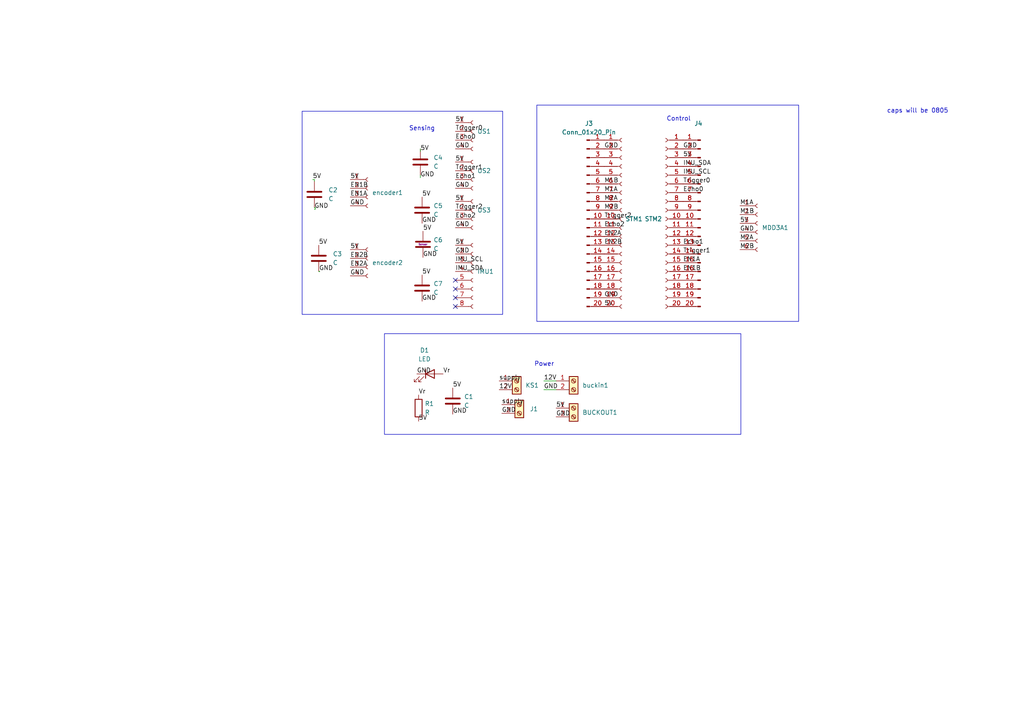
<source format=kicad_sch>
(kicad_sch
	(version 20231120)
	(generator "eeschema")
	(generator_version "8.0")
	(uuid "472f6663-6318-4139-bc0b-d5b928a036ca")
	(paper "A4")
	(lib_symbols
		(symbol "Connector:Conn_01x04_Socket"
			(pin_names
				(offset 1.016) hide)
			(exclude_from_sim no)
			(in_bom yes)
			(on_board yes)
			(property "Reference" "J"
				(at 0 5.08 0)
				(effects
					(font
						(size 1.27 1.27)
					)
				)
			)
			(property "Value" "Conn_01x04_Socket"
				(at 0 -7.62 0)
				(effects
					(font
						(size 1.27 1.27)
					)
				)
			)
			(property "Footprint" ""
				(at 0 0 0)
				(effects
					(font
						(size 1.27 1.27)
					)
					(hide yes)
				)
			)
			(property "Datasheet" "~"
				(at 0 0 0)
				(effects
					(font
						(size 1.27 1.27)
					)
					(hide yes)
				)
			)
			(property "Description" "Generic connector, single row, 01x04, script generated"
				(at 0 0 0)
				(effects
					(font
						(size 1.27 1.27)
					)
					(hide yes)
				)
			)
			(property "ki_locked" ""
				(at 0 0 0)
				(effects
					(font
						(size 1.27 1.27)
					)
				)
			)
			(property "ki_keywords" "connector"
				(at 0 0 0)
				(effects
					(font
						(size 1.27 1.27)
					)
					(hide yes)
				)
			)
			(property "ki_fp_filters" "Connector*:*_1x??_*"
				(at 0 0 0)
				(effects
					(font
						(size 1.27 1.27)
					)
					(hide yes)
				)
			)
			(symbol "Conn_01x04_Socket_1_1"
				(arc
					(start 0 -4.572)
					(mid -0.5058 -5.08)
					(end 0 -5.588)
					(stroke
						(width 0.1524)
						(type default)
					)
					(fill
						(type none)
					)
				)
				(arc
					(start 0 -2.032)
					(mid -0.5058 -2.54)
					(end 0 -3.048)
					(stroke
						(width 0.1524)
						(type default)
					)
					(fill
						(type none)
					)
				)
				(polyline
					(pts
						(xy -1.27 -5.08) (xy -0.508 -5.08)
					)
					(stroke
						(width 0.1524)
						(type default)
					)
					(fill
						(type none)
					)
				)
				(polyline
					(pts
						(xy -1.27 -2.54) (xy -0.508 -2.54)
					)
					(stroke
						(width 0.1524)
						(type default)
					)
					(fill
						(type none)
					)
				)
				(polyline
					(pts
						(xy -1.27 0) (xy -0.508 0)
					)
					(stroke
						(width 0.1524)
						(type default)
					)
					(fill
						(type none)
					)
				)
				(polyline
					(pts
						(xy -1.27 2.54) (xy -0.508 2.54)
					)
					(stroke
						(width 0.1524)
						(type default)
					)
					(fill
						(type none)
					)
				)
				(arc
					(start 0 0.508)
					(mid -0.5058 0)
					(end 0 -0.508)
					(stroke
						(width 0.1524)
						(type default)
					)
					(fill
						(type none)
					)
				)
				(arc
					(start 0 3.048)
					(mid -0.5058 2.54)
					(end 0 2.032)
					(stroke
						(width 0.1524)
						(type default)
					)
					(fill
						(type none)
					)
				)
				(pin passive line
					(at -5.08 2.54 0)
					(length 3.81)
					(name "Pin_1"
						(effects
							(font
								(size 1.27 1.27)
							)
						)
					)
					(number "1"
						(effects
							(font
								(size 1.27 1.27)
							)
						)
					)
				)
				(pin passive line
					(at -5.08 0 0)
					(length 3.81)
					(name "Pin_2"
						(effects
							(font
								(size 1.27 1.27)
							)
						)
					)
					(number "2"
						(effects
							(font
								(size 1.27 1.27)
							)
						)
					)
				)
				(pin passive line
					(at -5.08 -2.54 0)
					(length 3.81)
					(name "Pin_3"
						(effects
							(font
								(size 1.27 1.27)
							)
						)
					)
					(number "3"
						(effects
							(font
								(size 1.27 1.27)
							)
						)
					)
				)
				(pin passive line
					(at -5.08 -5.08 0)
					(length 3.81)
					(name "Pin_4"
						(effects
							(font
								(size 1.27 1.27)
							)
						)
					)
					(number "4"
						(effects
							(font
								(size 1.27 1.27)
							)
						)
					)
				)
			)
		)
		(symbol "Connector:Conn_01x06_Socket"
			(pin_names
				(offset 1.016) hide)
			(exclude_from_sim no)
			(in_bom yes)
			(on_board yes)
			(property "Reference" "J"
				(at 0 7.62 0)
				(effects
					(font
						(size 1.27 1.27)
					)
				)
			)
			(property "Value" "Conn_01x06_Socket"
				(at 0 -10.16 0)
				(effects
					(font
						(size 1.27 1.27)
					)
				)
			)
			(property "Footprint" ""
				(at 0 0 0)
				(effects
					(font
						(size 1.27 1.27)
					)
					(hide yes)
				)
			)
			(property "Datasheet" "~"
				(at 0 0 0)
				(effects
					(font
						(size 1.27 1.27)
					)
					(hide yes)
				)
			)
			(property "Description" "Generic connector, single row, 01x06, script generated"
				(at 0 0 0)
				(effects
					(font
						(size 1.27 1.27)
					)
					(hide yes)
				)
			)
			(property "ki_locked" ""
				(at 0 0 0)
				(effects
					(font
						(size 1.27 1.27)
					)
				)
			)
			(property "ki_keywords" "connector"
				(at 0 0 0)
				(effects
					(font
						(size 1.27 1.27)
					)
					(hide yes)
				)
			)
			(property "ki_fp_filters" "Connector*:*_1x??_*"
				(at 0 0 0)
				(effects
					(font
						(size 1.27 1.27)
					)
					(hide yes)
				)
			)
			(symbol "Conn_01x06_Socket_1_1"
				(arc
					(start 0 -7.112)
					(mid -0.5058 -7.62)
					(end 0 -8.128)
					(stroke
						(width 0.1524)
						(type default)
					)
					(fill
						(type none)
					)
				)
				(arc
					(start 0 -4.572)
					(mid -0.5058 -5.08)
					(end 0 -5.588)
					(stroke
						(width 0.1524)
						(type default)
					)
					(fill
						(type none)
					)
				)
				(arc
					(start 0 -2.032)
					(mid -0.5058 -2.54)
					(end 0 -3.048)
					(stroke
						(width 0.1524)
						(type default)
					)
					(fill
						(type none)
					)
				)
				(polyline
					(pts
						(xy -1.27 -7.62) (xy -0.508 -7.62)
					)
					(stroke
						(width 0.1524)
						(type default)
					)
					(fill
						(type none)
					)
				)
				(polyline
					(pts
						(xy -1.27 -5.08) (xy -0.508 -5.08)
					)
					(stroke
						(width 0.1524)
						(type default)
					)
					(fill
						(type none)
					)
				)
				(polyline
					(pts
						(xy -1.27 -2.54) (xy -0.508 -2.54)
					)
					(stroke
						(width 0.1524)
						(type default)
					)
					(fill
						(type none)
					)
				)
				(polyline
					(pts
						(xy -1.27 0) (xy -0.508 0)
					)
					(stroke
						(width 0.1524)
						(type default)
					)
					(fill
						(type none)
					)
				)
				(polyline
					(pts
						(xy -1.27 2.54) (xy -0.508 2.54)
					)
					(stroke
						(width 0.1524)
						(type default)
					)
					(fill
						(type none)
					)
				)
				(polyline
					(pts
						(xy -1.27 5.08) (xy -0.508 5.08)
					)
					(stroke
						(width 0.1524)
						(type default)
					)
					(fill
						(type none)
					)
				)
				(arc
					(start 0 0.508)
					(mid -0.5058 0)
					(end 0 -0.508)
					(stroke
						(width 0.1524)
						(type default)
					)
					(fill
						(type none)
					)
				)
				(arc
					(start 0 3.048)
					(mid -0.5058 2.54)
					(end 0 2.032)
					(stroke
						(width 0.1524)
						(type default)
					)
					(fill
						(type none)
					)
				)
				(arc
					(start 0 5.588)
					(mid -0.5058 5.08)
					(end 0 4.572)
					(stroke
						(width 0.1524)
						(type default)
					)
					(fill
						(type none)
					)
				)
				(pin passive line
					(at -5.08 5.08 0)
					(length 3.81)
					(name "Pin_1"
						(effects
							(font
								(size 1.27 1.27)
							)
						)
					)
					(number "1"
						(effects
							(font
								(size 1.27 1.27)
							)
						)
					)
				)
				(pin passive line
					(at -5.08 2.54 0)
					(length 3.81)
					(name "Pin_2"
						(effects
							(font
								(size 1.27 1.27)
							)
						)
					)
					(number "2"
						(effects
							(font
								(size 1.27 1.27)
							)
						)
					)
				)
				(pin passive line
					(at -5.08 0 0)
					(length 3.81)
					(name "Pin_3"
						(effects
							(font
								(size 1.27 1.27)
							)
						)
					)
					(number "3"
						(effects
							(font
								(size 1.27 1.27)
							)
						)
					)
				)
				(pin passive line
					(at -5.08 -2.54 0)
					(length 3.81)
					(name "Pin_4"
						(effects
							(font
								(size 1.27 1.27)
							)
						)
					)
					(number "4"
						(effects
							(font
								(size 1.27 1.27)
							)
						)
					)
				)
				(pin passive line
					(at -5.08 -5.08 0)
					(length 3.81)
					(name "Pin_5"
						(effects
							(font
								(size 1.27 1.27)
							)
						)
					)
					(number "5"
						(effects
							(font
								(size 1.27 1.27)
							)
						)
					)
				)
				(pin passive line
					(at -5.08 -7.62 0)
					(length 3.81)
					(name "Pin_6"
						(effects
							(font
								(size 1.27 1.27)
							)
						)
					)
					(number "6"
						(effects
							(font
								(size 1.27 1.27)
							)
						)
					)
				)
			)
		)
		(symbol "Connector:Conn_01x08_Socket"
			(pin_names
				(offset 1.016) hide)
			(exclude_from_sim no)
			(in_bom yes)
			(on_board yes)
			(property "Reference" "J"
				(at 0 10.16 0)
				(effects
					(font
						(size 1.27 1.27)
					)
				)
			)
			(property "Value" "Conn_01x08_Socket"
				(at 0 -12.7 0)
				(effects
					(font
						(size 1.27 1.27)
					)
				)
			)
			(property "Footprint" ""
				(at 0 0 0)
				(effects
					(font
						(size 1.27 1.27)
					)
					(hide yes)
				)
			)
			(property "Datasheet" "~"
				(at 0 0 0)
				(effects
					(font
						(size 1.27 1.27)
					)
					(hide yes)
				)
			)
			(property "Description" "Generic connector, single row, 01x08, script generated"
				(at 0 0 0)
				(effects
					(font
						(size 1.27 1.27)
					)
					(hide yes)
				)
			)
			(property "ki_locked" ""
				(at 0 0 0)
				(effects
					(font
						(size 1.27 1.27)
					)
				)
			)
			(property "ki_keywords" "connector"
				(at 0 0 0)
				(effects
					(font
						(size 1.27 1.27)
					)
					(hide yes)
				)
			)
			(property "ki_fp_filters" "Connector*:*_1x??_*"
				(at 0 0 0)
				(effects
					(font
						(size 1.27 1.27)
					)
					(hide yes)
				)
			)
			(symbol "Conn_01x08_Socket_1_1"
				(arc
					(start 0 -9.652)
					(mid -0.5058 -10.16)
					(end 0 -10.668)
					(stroke
						(width 0.1524)
						(type default)
					)
					(fill
						(type none)
					)
				)
				(arc
					(start 0 -7.112)
					(mid -0.5058 -7.62)
					(end 0 -8.128)
					(stroke
						(width 0.1524)
						(type default)
					)
					(fill
						(type none)
					)
				)
				(arc
					(start 0 -4.572)
					(mid -0.5058 -5.08)
					(end 0 -5.588)
					(stroke
						(width 0.1524)
						(type default)
					)
					(fill
						(type none)
					)
				)
				(arc
					(start 0 -2.032)
					(mid -0.5058 -2.54)
					(end 0 -3.048)
					(stroke
						(width 0.1524)
						(type default)
					)
					(fill
						(type none)
					)
				)
				(polyline
					(pts
						(xy -1.27 -10.16) (xy -0.508 -10.16)
					)
					(stroke
						(width 0.1524)
						(type default)
					)
					(fill
						(type none)
					)
				)
				(polyline
					(pts
						(xy -1.27 -7.62) (xy -0.508 -7.62)
					)
					(stroke
						(width 0.1524)
						(type default)
					)
					(fill
						(type none)
					)
				)
				(polyline
					(pts
						(xy -1.27 -5.08) (xy -0.508 -5.08)
					)
					(stroke
						(width 0.1524)
						(type default)
					)
					(fill
						(type none)
					)
				)
				(polyline
					(pts
						(xy -1.27 -2.54) (xy -0.508 -2.54)
					)
					(stroke
						(width 0.1524)
						(type default)
					)
					(fill
						(type none)
					)
				)
				(polyline
					(pts
						(xy -1.27 0) (xy -0.508 0)
					)
					(stroke
						(width 0.1524)
						(type default)
					)
					(fill
						(type none)
					)
				)
				(polyline
					(pts
						(xy -1.27 2.54) (xy -0.508 2.54)
					)
					(stroke
						(width 0.1524)
						(type default)
					)
					(fill
						(type none)
					)
				)
				(polyline
					(pts
						(xy -1.27 5.08) (xy -0.508 5.08)
					)
					(stroke
						(width 0.1524)
						(type default)
					)
					(fill
						(type none)
					)
				)
				(polyline
					(pts
						(xy -1.27 7.62) (xy -0.508 7.62)
					)
					(stroke
						(width 0.1524)
						(type default)
					)
					(fill
						(type none)
					)
				)
				(arc
					(start 0 0.508)
					(mid -0.5058 0)
					(end 0 -0.508)
					(stroke
						(width 0.1524)
						(type default)
					)
					(fill
						(type none)
					)
				)
				(arc
					(start 0 3.048)
					(mid -0.5058 2.54)
					(end 0 2.032)
					(stroke
						(width 0.1524)
						(type default)
					)
					(fill
						(type none)
					)
				)
				(arc
					(start 0 5.588)
					(mid -0.5058 5.08)
					(end 0 4.572)
					(stroke
						(width 0.1524)
						(type default)
					)
					(fill
						(type none)
					)
				)
				(arc
					(start 0 8.128)
					(mid -0.5058 7.62)
					(end 0 7.112)
					(stroke
						(width 0.1524)
						(type default)
					)
					(fill
						(type none)
					)
				)
				(pin passive line
					(at -5.08 7.62 0)
					(length 3.81)
					(name "Pin_1"
						(effects
							(font
								(size 1.27 1.27)
							)
						)
					)
					(number "1"
						(effects
							(font
								(size 1.27 1.27)
							)
						)
					)
				)
				(pin passive line
					(at -5.08 5.08 0)
					(length 3.81)
					(name "Pin_2"
						(effects
							(font
								(size 1.27 1.27)
							)
						)
					)
					(number "2"
						(effects
							(font
								(size 1.27 1.27)
							)
						)
					)
				)
				(pin passive line
					(at -5.08 2.54 0)
					(length 3.81)
					(name "Pin_3"
						(effects
							(font
								(size 1.27 1.27)
							)
						)
					)
					(number "3"
						(effects
							(font
								(size 1.27 1.27)
							)
						)
					)
				)
				(pin passive line
					(at -5.08 0 0)
					(length 3.81)
					(name "Pin_4"
						(effects
							(font
								(size 1.27 1.27)
							)
						)
					)
					(number "4"
						(effects
							(font
								(size 1.27 1.27)
							)
						)
					)
				)
				(pin passive line
					(at -5.08 -2.54 0)
					(length 3.81)
					(name "Pin_5"
						(effects
							(font
								(size 1.27 1.27)
							)
						)
					)
					(number "5"
						(effects
							(font
								(size 1.27 1.27)
							)
						)
					)
				)
				(pin passive line
					(at -5.08 -5.08 0)
					(length 3.81)
					(name "Pin_6"
						(effects
							(font
								(size 1.27 1.27)
							)
						)
					)
					(number "6"
						(effects
							(font
								(size 1.27 1.27)
							)
						)
					)
				)
				(pin passive line
					(at -5.08 -7.62 0)
					(length 3.81)
					(name "Pin_7"
						(effects
							(font
								(size 1.27 1.27)
							)
						)
					)
					(number "7"
						(effects
							(font
								(size 1.27 1.27)
							)
						)
					)
				)
				(pin passive line
					(at -5.08 -10.16 0)
					(length 3.81)
					(name "Pin_8"
						(effects
							(font
								(size 1.27 1.27)
							)
						)
					)
					(number "8"
						(effects
							(font
								(size 1.27 1.27)
							)
						)
					)
				)
			)
		)
		(symbol "Connector:Conn_01x20_Pin"
			(pin_names
				(offset 1.016) hide)
			(exclude_from_sim no)
			(in_bom yes)
			(on_board yes)
			(property "Reference" "J"
				(at 0 25.4 0)
				(effects
					(font
						(size 1.27 1.27)
					)
				)
			)
			(property "Value" "Conn_01x20_Pin"
				(at 0 -27.94 0)
				(effects
					(font
						(size 1.27 1.27)
					)
				)
			)
			(property "Footprint" ""
				(at 0 0 0)
				(effects
					(font
						(size 1.27 1.27)
					)
					(hide yes)
				)
			)
			(property "Datasheet" "~"
				(at 0 0 0)
				(effects
					(font
						(size 1.27 1.27)
					)
					(hide yes)
				)
			)
			(property "Description" "Generic connector, single row, 01x20, script generated"
				(at 0 0 0)
				(effects
					(font
						(size 1.27 1.27)
					)
					(hide yes)
				)
			)
			(property "ki_locked" ""
				(at 0 0 0)
				(effects
					(font
						(size 1.27 1.27)
					)
				)
			)
			(property "ki_keywords" "connector"
				(at 0 0 0)
				(effects
					(font
						(size 1.27 1.27)
					)
					(hide yes)
				)
			)
			(property "ki_fp_filters" "Connector*:*_1x??_*"
				(at 0 0 0)
				(effects
					(font
						(size 1.27 1.27)
					)
					(hide yes)
				)
			)
			(symbol "Conn_01x20_Pin_1_1"
				(polyline
					(pts
						(xy 1.27 -25.4) (xy 0.8636 -25.4)
					)
					(stroke
						(width 0.1524)
						(type default)
					)
					(fill
						(type none)
					)
				)
				(polyline
					(pts
						(xy 1.27 -22.86) (xy 0.8636 -22.86)
					)
					(stroke
						(width 0.1524)
						(type default)
					)
					(fill
						(type none)
					)
				)
				(polyline
					(pts
						(xy 1.27 -20.32) (xy 0.8636 -20.32)
					)
					(stroke
						(width 0.1524)
						(type default)
					)
					(fill
						(type none)
					)
				)
				(polyline
					(pts
						(xy 1.27 -17.78) (xy 0.8636 -17.78)
					)
					(stroke
						(width 0.1524)
						(type default)
					)
					(fill
						(type none)
					)
				)
				(polyline
					(pts
						(xy 1.27 -15.24) (xy 0.8636 -15.24)
					)
					(stroke
						(width 0.1524)
						(type default)
					)
					(fill
						(type none)
					)
				)
				(polyline
					(pts
						(xy 1.27 -12.7) (xy 0.8636 -12.7)
					)
					(stroke
						(width 0.1524)
						(type default)
					)
					(fill
						(type none)
					)
				)
				(polyline
					(pts
						(xy 1.27 -10.16) (xy 0.8636 -10.16)
					)
					(stroke
						(width 0.1524)
						(type default)
					)
					(fill
						(type none)
					)
				)
				(polyline
					(pts
						(xy 1.27 -7.62) (xy 0.8636 -7.62)
					)
					(stroke
						(width 0.1524)
						(type default)
					)
					(fill
						(type none)
					)
				)
				(polyline
					(pts
						(xy 1.27 -5.08) (xy 0.8636 -5.08)
					)
					(stroke
						(width 0.1524)
						(type default)
					)
					(fill
						(type none)
					)
				)
				(polyline
					(pts
						(xy 1.27 -2.54) (xy 0.8636 -2.54)
					)
					(stroke
						(width 0.1524)
						(type default)
					)
					(fill
						(type none)
					)
				)
				(polyline
					(pts
						(xy 1.27 0) (xy 0.8636 0)
					)
					(stroke
						(width 0.1524)
						(type default)
					)
					(fill
						(type none)
					)
				)
				(polyline
					(pts
						(xy 1.27 2.54) (xy 0.8636 2.54)
					)
					(stroke
						(width 0.1524)
						(type default)
					)
					(fill
						(type none)
					)
				)
				(polyline
					(pts
						(xy 1.27 5.08) (xy 0.8636 5.08)
					)
					(stroke
						(width 0.1524)
						(type default)
					)
					(fill
						(type none)
					)
				)
				(polyline
					(pts
						(xy 1.27 7.62) (xy 0.8636 7.62)
					)
					(stroke
						(width 0.1524)
						(type default)
					)
					(fill
						(type none)
					)
				)
				(polyline
					(pts
						(xy 1.27 10.16) (xy 0.8636 10.16)
					)
					(stroke
						(width 0.1524)
						(type default)
					)
					(fill
						(type none)
					)
				)
				(polyline
					(pts
						(xy 1.27 12.7) (xy 0.8636 12.7)
					)
					(stroke
						(width 0.1524)
						(type default)
					)
					(fill
						(type none)
					)
				)
				(polyline
					(pts
						(xy 1.27 15.24) (xy 0.8636 15.24)
					)
					(stroke
						(width 0.1524)
						(type default)
					)
					(fill
						(type none)
					)
				)
				(polyline
					(pts
						(xy 1.27 17.78) (xy 0.8636 17.78)
					)
					(stroke
						(width 0.1524)
						(type default)
					)
					(fill
						(type none)
					)
				)
				(polyline
					(pts
						(xy 1.27 20.32) (xy 0.8636 20.32)
					)
					(stroke
						(width 0.1524)
						(type default)
					)
					(fill
						(type none)
					)
				)
				(polyline
					(pts
						(xy 1.27 22.86) (xy 0.8636 22.86)
					)
					(stroke
						(width 0.1524)
						(type default)
					)
					(fill
						(type none)
					)
				)
				(rectangle
					(start 0.8636 -25.273)
					(end 0 -25.527)
					(stroke
						(width 0.1524)
						(type default)
					)
					(fill
						(type outline)
					)
				)
				(rectangle
					(start 0.8636 -22.733)
					(end 0 -22.987)
					(stroke
						(width 0.1524)
						(type default)
					)
					(fill
						(type outline)
					)
				)
				(rectangle
					(start 0.8636 -20.193)
					(end 0 -20.447)
					(stroke
						(width 0.1524)
						(type default)
					)
					(fill
						(type outline)
					)
				)
				(rectangle
					(start 0.8636 -17.653)
					(end 0 -17.907)
					(stroke
						(width 0.1524)
						(type default)
					)
					(fill
						(type outline)
					)
				)
				(rectangle
					(start 0.8636 -15.113)
					(end 0 -15.367)
					(stroke
						(width 0.1524)
						(type default)
					)
					(fill
						(type outline)
					)
				)
				(rectangle
					(start 0.8636 -12.573)
					(end 0 -12.827)
					(stroke
						(width 0.1524)
						(type default)
					)
					(fill
						(type outline)
					)
				)
				(rectangle
					(start 0.8636 -10.033)
					(end 0 -10.287)
					(stroke
						(width 0.1524)
						(type default)
					)
					(fill
						(type outline)
					)
				)
				(rectangle
					(start 0.8636 -7.493)
					(end 0 -7.747)
					(stroke
						(width 0.1524)
						(type default)
					)
					(fill
						(type outline)
					)
				)
				(rectangle
					(start 0.8636 -4.953)
					(end 0 -5.207)
					(stroke
						(width 0.1524)
						(type default)
					)
					(fill
						(type outline)
					)
				)
				(rectangle
					(start 0.8636 -2.413)
					(end 0 -2.667)
					(stroke
						(width 0.1524)
						(type default)
					)
					(fill
						(type outline)
					)
				)
				(rectangle
					(start 0.8636 0.127)
					(end 0 -0.127)
					(stroke
						(width 0.1524)
						(type default)
					)
					(fill
						(type outline)
					)
				)
				(rectangle
					(start 0.8636 2.667)
					(end 0 2.413)
					(stroke
						(width 0.1524)
						(type default)
					)
					(fill
						(type outline)
					)
				)
				(rectangle
					(start 0.8636 5.207)
					(end 0 4.953)
					(stroke
						(width 0.1524)
						(type default)
					)
					(fill
						(type outline)
					)
				)
				(rectangle
					(start 0.8636 7.747)
					(end 0 7.493)
					(stroke
						(width 0.1524)
						(type default)
					)
					(fill
						(type outline)
					)
				)
				(rectangle
					(start 0.8636 10.287)
					(end 0 10.033)
					(stroke
						(width 0.1524)
						(type default)
					)
					(fill
						(type outline)
					)
				)
				(rectangle
					(start 0.8636 12.827)
					(end 0 12.573)
					(stroke
						(width 0.1524)
						(type default)
					)
					(fill
						(type outline)
					)
				)
				(rectangle
					(start 0.8636 15.367)
					(end 0 15.113)
					(stroke
						(width 0.1524)
						(type default)
					)
					(fill
						(type outline)
					)
				)
				(rectangle
					(start 0.8636 17.907)
					(end 0 17.653)
					(stroke
						(width 0.1524)
						(type default)
					)
					(fill
						(type outline)
					)
				)
				(rectangle
					(start 0.8636 20.447)
					(end 0 20.193)
					(stroke
						(width 0.1524)
						(type default)
					)
					(fill
						(type outline)
					)
				)
				(rectangle
					(start 0.8636 22.987)
					(end 0 22.733)
					(stroke
						(width 0.1524)
						(type default)
					)
					(fill
						(type outline)
					)
				)
				(pin passive line
					(at 5.08 22.86 180)
					(length 3.81)
					(name "Pin_1"
						(effects
							(font
								(size 1.27 1.27)
							)
						)
					)
					(number "1"
						(effects
							(font
								(size 1.27 1.27)
							)
						)
					)
				)
				(pin passive line
					(at 5.08 0 180)
					(length 3.81)
					(name "Pin_10"
						(effects
							(font
								(size 1.27 1.27)
							)
						)
					)
					(number "10"
						(effects
							(font
								(size 1.27 1.27)
							)
						)
					)
				)
				(pin passive line
					(at 5.08 -2.54 180)
					(length 3.81)
					(name "Pin_11"
						(effects
							(font
								(size 1.27 1.27)
							)
						)
					)
					(number "11"
						(effects
							(font
								(size 1.27 1.27)
							)
						)
					)
				)
				(pin passive line
					(at 5.08 -5.08 180)
					(length 3.81)
					(name "Pin_12"
						(effects
							(font
								(size 1.27 1.27)
							)
						)
					)
					(number "12"
						(effects
							(font
								(size 1.27 1.27)
							)
						)
					)
				)
				(pin passive line
					(at 5.08 -7.62 180)
					(length 3.81)
					(name "Pin_13"
						(effects
							(font
								(size 1.27 1.27)
							)
						)
					)
					(number "13"
						(effects
							(font
								(size 1.27 1.27)
							)
						)
					)
				)
				(pin passive line
					(at 5.08 -10.16 180)
					(length 3.81)
					(name "Pin_14"
						(effects
							(font
								(size 1.27 1.27)
							)
						)
					)
					(number "14"
						(effects
							(font
								(size 1.27 1.27)
							)
						)
					)
				)
				(pin passive line
					(at 5.08 -12.7 180)
					(length 3.81)
					(name "Pin_15"
						(effects
							(font
								(size 1.27 1.27)
							)
						)
					)
					(number "15"
						(effects
							(font
								(size 1.27 1.27)
							)
						)
					)
				)
				(pin passive line
					(at 5.08 -15.24 180)
					(length 3.81)
					(name "Pin_16"
						(effects
							(font
								(size 1.27 1.27)
							)
						)
					)
					(number "16"
						(effects
							(font
								(size 1.27 1.27)
							)
						)
					)
				)
				(pin passive line
					(at 5.08 -17.78 180)
					(length 3.81)
					(name "Pin_17"
						(effects
							(font
								(size 1.27 1.27)
							)
						)
					)
					(number "17"
						(effects
							(font
								(size 1.27 1.27)
							)
						)
					)
				)
				(pin passive line
					(at 5.08 -20.32 180)
					(length 3.81)
					(name "Pin_18"
						(effects
							(font
								(size 1.27 1.27)
							)
						)
					)
					(number "18"
						(effects
							(font
								(size 1.27 1.27)
							)
						)
					)
				)
				(pin passive line
					(at 5.08 -22.86 180)
					(length 3.81)
					(name "Pin_19"
						(effects
							(font
								(size 1.27 1.27)
							)
						)
					)
					(number "19"
						(effects
							(font
								(size 1.27 1.27)
							)
						)
					)
				)
				(pin passive line
					(at 5.08 20.32 180)
					(length 3.81)
					(name "Pin_2"
						(effects
							(font
								(size 1.27 1.27)
							)
						)
					)
					(number "2"
						(effects
							(font
								(size 1.27 1.27)
							)
						)
					)
				)
				(pin passive line
					(at 5.08 -25.4 180)
					(length 3.81)
					(name "Pin_20"
						(effects
							(font
								(size 1.27 1.27)
							)
						)
					)
					(number "20"
						(effects
							(font
								(size 1.27 1.27)
							)
						)
					)
				)
				(pin passive line
					(at 5.08 17.78 180)
					(length 3.81)
					(name "Pin_3"
						(effects
							(font
								(size 1.27 1.27)
							)
						)
					)
					(number "3"
						(effects
							(font
								(size 1.27 1.27)
							)
						)
					)
				)
				(pin passive line
					(at 5.08 15.24 180)
					(length 3.81)
					(name "Pin_4"
						(effects
							(font
								(size 1.27 1.27)
							)
						)
					)
					(number "4"
						(effects
							(font
								(size 1.27 1.27)
							)
						)
					)
				)
				(pin passive line
					(at 5.08 12.7 180)
					(length 3.81)
					(name "Pin_5"
						(effects
							(font
								(size 1.27 1.27)
							)
						)
					)
					(number "5"
						(effects
							(font
								(size 1.27 1.27)
							)
						)
					)
				)
				(pin passive line
					(at 5.08 10.16 180)
					(length 3.81)
					(name "Pin_6"
						(effects
							(font
								(size 1.27 1.27)
							)
						)
					)
					(number "6"
						(effects
							(font
								(size 1.27 1.27)
							)
						)
					)
				)
				(pin passive line
					(at 5.08 7.62 180)
					(length 3.81)
					(name "Pin_7"
						(effects
							(font
								(size 1.27 1.27)
							)
						)
					)
					(number "7"
						(effects
							(font
								(size 1.27 1.27)
							)
						)
					)
				)
				(pin passive line
					(at 5.08 5.08 180)
					(length 3.81)
					(name "Pin_8"
						(effects
							(font
								(size 1.27 1.27)
							)
						)
					)
					(number "8"
						(effects
							(font
								(size 1.27 1.27)
							)
						)
					)
				)
				(pin passive line
					(at 5.08 2.54 180)
					(length 3.81)
					(name "Pin_9"
						(effects
							(font
								(size 1.27 1.27)
							)
						)
					)
					(number "9"
						(effects
							(font
								(size 1.27 1.27)
							)
						)
					)
				)
			)
		)
		(symbol "Connector:Conn_01x20_Socket"
			(pin_names
				(offset 1.016) hide)
			(exclude_from_sim no)
			(in_bom yes)
			(on_board yes)
			(property "Reference" "J"
				(at 0 25.4 0)
				(effects
					(font
						(size 1.27 1.27)
					)
				)
			)
			(property "Value" "Conn_01x20_Socket"
				(at 0 -27.94 0)
				(effects
					(font
						(size 1.27 1.27)
					)
				)
			)
			(property "Footprint" ""
				(at 0 0 0)
				(effects
					(font
						(size 1.27 1.27)
					)
					(hide yes)
				)
			)
			(property "Datasheet" "~"
				(at 0 0 0)
				(effects
					(font
						(size 1.27 1.27)
					)
					(hide yes)
				)
			)
			(property "Description" "Generic connector, single row, 01x20, script generated"
				(at 0 0 0)
				(effects
					(font
						(size 1.27 1.27)
					)
					(hide yes)
				)
			)
			(property "ki_locked" ""
				(at 0 0 0)
				(effects
					(font
						(size 1.27 1.27)
					)
				)
			)
			(property "ki_keywords" "connector"
				(at 0 0 0)
				(effects
					(font
						(size 1.27 1.27)
					)
					(hide yes)
				)
			)
			(property "ki_fp_filters" "Connector*:*_1x??_*"
				(at 0 0 0)
				(effects
					(font
						(size 1.27 1.27)
					)
					(hide yes)
				)
			)
			(symbol "Conn_01x20_Socket_1_1"
				(arc
					(start 0 -24.892)
					(mid -0.5058 -25.4)
					(end 0 -25.908)
					(stroke
						(width 0.1524)
						(type default)
					)
					(fill
						(type none)
					)
				)
				(arc
					(start 0 -22.352)
					(mid -0.5058 -22.86)
					(end 0 -23.368)
					(stroke
						(width 0.1524)
						(type default)
					)
					(fill
						(type none)
					)
				)
				(arc
					(start 0 -19.812)
					(mid -0.5058 -20.32)
					(end 0 -20.828)
					(stroke
						(width 0.1524)
						(type default)
					)
					(fill
						(type none)
					)
				)
				(arc
					(start 0 -17.272)
					(mid -0.5058 -17.78)
					(end 0 -18.288)
					(stroke
						(width 0.1524)
						(type default)
					)
					(fill
						(type none)
					)
				)
				(arc
					(start 0 -14.732)
					(mid -0.5058 -15.24)
					(end 0 -15.748)
					(stroke
						(width 0.1524)
						(type default)
					)
					(fill
						(type none)
					)
				)
				(arc
					(start 0 -12.192)
					(mid -0.5058 -12.7)
					(end 0 -13.208)
					(stroke
						(width 0.1524)
						(type default)
					)
					(fill
						(type none)
					)
				)
				(arc
					(start 0 -9.652)
					(mid -0.5058 -10.16)
					(end 0 -10.668)
					(stroke
						(width 0.1524)
						(type default)
					)
					(fill
						(type none)
					)
				)
				(arc
					(start 0 -7.112)
					(mid -0.5058 -7.62)
					(end 0 -8.128)
					(stroke
						(width 0.1524)
						(type default)
					)
					(fill
						(type none)
					)
				)
				(arc
					(start 0 -4.572)
					(mid -0.5058 -5.08)
					(end 0 -5.588)
					(stroke
						(width 0.1524)
						(type default)
					)
					(fill
						(type none)
					)
				)
				(arc
					(start 0 -2.032)
					(mid -0.5058 -2.54)
					(end 0 -3.048)
					(stroke
						(width 0.1524)
						(type default)
					)
					(fill
						(type none)
					)
				)
				(polyline
					(pts
						(xy -1.27 -25.4) (xy -0.508 -25.4)
					)
					(stroke
						(width 0.1524)
						(type default)
					)
					(fill
						(type none)
					)
				)
				(polyline
					(pts
						(xy -1.27 -22.86) (xy -0.508 -22.86)
					)
					(stroke
						(width 0.1524)
						(type default)
					)
					(fill
						(type none)
					)
				)
				(polyline
					(pts
						(xy -1.27 -20.32) (xy -0.508 -20.32)
					)
					(stroke
						(width 0.1524)
						(type default)
					)
					(fill
						(type none)
					)
				)
				(polyline
					(pts
						(xy -1.27 -17.78) (xy -0.508 -17.78)
					)
					(stroke
						(width 0.1524)
						(type default)
					)
					(fill
						(type none)
					)
				)
				(polyline
					(pts
						(xy -1.27 -15.24) (xy -0.508 -15.24)
					)
					(stroke
						(width 0.1524)
						(type default)
					)
					(fill
						(type none)
					)
				)
				(polyline
					(pts
						(xy -1.27 -12.7) (xy -0.508 -12.7)
					)
					(stroke
						(width 0.1524)
						(type default)
					)
					(fill
						(type none)
					)
				)
				(polyline
					(pts
						(xy -1.27 -10.16) (xy -0.508 -10.16)
					)
					(stroke
						(width 0.1524)
						(type default)
					)
					(fill
						(type none)
					)
				)
				(polyline
					(pts
						(xy -1.27 -7.62) (xy -0.508 -7.62)
					)
					(stroke
						(width 0.1524)
						(type default)
					)
					(fill
						(type none)
					)
				)
				(polyline
					(pts
						(xy -1.27 -5.08) (xy -0.508 -5.08)
					)
					(stroke
						(width 0.1524)
						(type default)
					)
					(fill
						(type none)
					)
				)
				(polyline
					(pts
						(xy -1.27 -2.54) (xy -0.508 -2.54)
					)
					(stroke
						(width 0.1524)
						(type default)
					)
					(fill
						(type none)
					)
				)
				(polyline
					(pts
						(xy -1.27 0) (xy -0.508 0)
					)
					(stroke
						(width 0.1524)
						(type default)
					)
					(fill
						(type none)
					)
				)
				(polyline
					(pts
						(xy -1.27 2.54) (xy -0.508 2.54)
					)
					(stroke
						(width 0.1524)
						(type default)
					)
					(fill
						(type none)
					)
				)
				(polyline
					(pts
						(xy -1.27 5.08) (xy -0.508 5.08)
					)
					(stroke
						(width 0.1524)
						(type default)
					)
					(fill
						(type none)
					)
				)
				(polyline
					(pts
						(xy -1.27 7.62) (xy -0.508 7.62)
					)
					(stroke
						(width 0.1524)
						(type default)
					)
					(fill
						(type none)
					)
				)
				(polyline
					(pts
						(xy -1.27 10.16) (xy -0.508 10.16)
					)
					(stroke
						(width 0.1524)
						(type default)
					)
					(fill
						(type none)
					)
				)
				(polyline
					(pts
						(xy -1.27 12.7) (xy -0.508 12.7)
					)
					(stroke
						(width 0.1524)
						(type default)
					)
					(fill
						(type none)
					)
				)
				(polyline
					(pts
						(xy -1.27 15.24) (xy -0.508 15.24)
					)
					(stroke
						(width 0.1524)
						(type default)
					)
					(fill
						(type none)
					)
				)
				(polyline
					(pts
						(xy -1.27 17.78) (xy -0.508 17.78)
					)
					(stroke
						(width 0.1524)
						(type default)
					)
					(fill
						(type none)
					)
				)
				(polyline
					(pts
						(xy -1.27 20.32) (xy -0.508 20.32)
					)
					(stroke
						(width 0.1524)
						(type default)
					)
					(fill
						(type none)
					)
				)
				(polyline
					(pts
						(xy -1.27 22.86) (xy -0.508 22.86)
					)
					(stroke
						(width 0.1524)
						(type default)
					)
					(fill
						(type none)
					)
				)
				(arc
					(start 0 0.508)
					(mid -0.5058 0)
					(end 0 -0.508)
					(stroke
						(width 0.1524)
						(type default)
					)
					(fill
						(type none)
					)
				)
				(arc
					(start 0 3.048)
					(mid -0.5058 2.54)
					(end 0 2.032)
					(stroke
						(width 0.1524)
						(type default)
					)
					(fill
						(type none)
					)
				)
				(arc
					(start 0 5.588)
					(mid -0.5058 5.08)
					(end 0 4.572)
					(stroke
						(width 0.1524)
						(type default)
					)
					(fill
						(type none)
					)
				)
				(arc
					(start 0 8.128)
					(mid -0.5058 7.62)
					(end 0 7.112)
					(stroke
						(width 0.1524)
						(type default)
					)
					(fill
						(type none)
					)
				)
				(arc
					(start 0 10.668)
					(mid -0.5058 10.16)
					(end 0 9.652)
					(stroke
						(width 0.1524)
						(type default)
					)
					(fill
						(type none)
					)
				)
				(arc
					(start 0 13.208)
					(mid -0.5058 12.7)
					(end 0 12.192)
					(stroke
						(width 0.1524)
						(type default)
					)
					(fill
						(type none)
					)
				)
				(arc
					(start 0 15.748)
					(mid -0.5058 15.24)
					(end 0 14.732)
					(stroke
						(width 0.1524)
						(type default)
					)
					(fill
						(type none)
					)
				)
				(arc
					(start 0 18.288)
					(mid -0.5058 17.78)
					(end 0 17.272)
					(stroke
						(width 0.1524)
						(type default)
					)
					(fill
						(type none)
					)
				)
				(arc
					(start 0 20.828)
					(mid -0.5058 20.32)
					(end 0 19.812)
					(stroke
						(width 0.1524)
						(type default)
					)
					(fill
						(type none)
					)
				)
				(arc
					(start 0 23.368)
					(mid -0.5058 22.86)
					(end 0 22.352)
					(stroke
						(width 0.1524)
						(type default)
					)
					(fill
						(type none)
					)
				)
				(pin passive line
					(at -5.08 22.86 0)
					(length 3.81)
					(name "Pin_1"
						(effects
							(font
								(size 1.27 1.27)
							)
						)
					)
					(number "1"
						(effects
							(font
								(size 1.27 1.27)
							)
						)
					)
				)
				(pin passive line
					(at -5.08 0 0)
					(length 3.81)
					(name "Pin_10"
						(effects
							(font
								(size 1.27 1.27)
							)
						)
					)
					(number "10"
						(effects
							(font
								(size 1.27 1.27)
							)
						)
					)
				)
				(pin passive line
					(at -5.08 -2.54 0)
					(length 3.81)
					(name "Pin_11"
						(effects
							(font
								(size 1.27 1.27)
							)
						)
					)
					(number "11"
						(effects
							(font
								(size 1.27 1.27)
							)
						)
					)
				)
				(pin passive line
					(at -5.08 -5.08 0)
					(length 3.81)
					(name "Pin_12"
						(effects
							(font
								(size 1.27 1.27)
							)
						)
					)
					(number "12"
						(effects
							(font
								(size 1.27 1.27)
							)
						)
					)
				)
				(pin passive line
					(at -5.08 -7.62 0)
					(length 3.81)
					(name "Pin_13"
						(effects
							(font
								(size 1.27 1.27)
							)
						)
					)
					(number "13"
						(effects
							(font
								(size 1.27 1.27)
							)
						)
					)
				)
				(pin passive line
					(at -5.08 -10.16 0)
					(length 3.81)
					(name "Pin_14"
						(effects
							(font
								(size 1.27 1.27)
							)
						)
					)
					(number "14"
						(effects
							(font
								(size 1.27 1.27)
							)
						)
					)
				)
				(pin passive line
					(at -5.08 -12.7 0)
					(length 3.81)
					(name "Pin_15"
						(effects
							(font
								(size 1.27 1.27)
							)
						)
					)
					(number "15"
						(effects
							(font
								(size 1.27 1.27)
							)
						)
					)
				)
				(pin passive line
					(at -5.08 -15.24 0)
					(length 3.81)
					(name "Pin_16"
						(effects
							(font
								(size 1.27 1.27)
							)
						)
					)
					(number "16"
						(effects
							(font
								(size 1.27 1.27)
							)
						)
					)
				)
				(pin passive line
					(at -5.08 -17.78 0)
					(length 3.81)
					(name "Pin_17"
						(effects
							(font
								(size 1.27 1.27)
							)
						)
					)
					(number "17"
						(effects
							(font
								(size 1.27 1.27)
							)
						)
					)
				)
				(pin passive line
					(at -5.08 -20.32 0)
					(length 3.81)
					(name "Pin_18"
						(effects
							(font
								(size 1.27 1.27)
							)
						)
					)
					(number "18"
						(effects
							(font
								(size 1.27 1.27)
							)
						)
					)
				)
				(pin passive line
					(at -5.08 -22.86 0)
					(length 3.81)
					(name "Pin_19"
						(effects
							(font
								(size 1.27 1.27)
							)
						)
					)
					(number "19"
						(effects
							(font
								(size 1.27 1.27)
							)
						)
					)
				)
				(pin passive line
					(at -5.08 20.32 0)
					(length 3.81)
					(name "Pin_2"
						(effects
							(font
								(size 1.27 1.27)
							)
						)
					)
					(number "2"
						(effects
							(font
								(size 1.27 1.27)
							)
						)
					)
				)
				(pin passive line
					(at -5.08 -25.4 0)
					(length 3.81)
					(name "Pin_20"
						(effects
							(font
								(size 1.27 1.27)
							)
						)
					)
					(number "20"
						(effects
							(font
								(size 1.27 1.27)
							)
						)
					)
				)
				(pin passive line
					(at -5.08 17.78 0)
					(length 3.81)
					(name "Pin_3"
						(effects
							(font
								(size 1.27 1.27)
							)
						)
					)
					(number "3"
						(effects
							(font
								(size 1.27 1.27)
							)
						)
					)
				)
				(pin passive line
					(at -5.08 15.24 0)
					(length 3.81)
					(name "Pin_4"
						(effects
							(font
								(size 1.27 1.27)
							)
						)
					)
					(number "4"
						(effects
							(font
								(size 1.27 1.27)
							)
						)
					)
				)
				(pin passive line
					(at -5.08 12.7 0)
					(length 3.81)
					(name "Pin_5"
						(effects
							(font
								(size 1.27 1.27)
							)
						)
					)
					(number "5"
						(effects
							(font
								(size 1.27 1.27)
							)
						)
					)
				)
				(pin passive line
					(at -5.08 10.16 0)
					(length 3.81)
					(name "Pin_6"
						(effects
							(font
								(size 1.27 1.27)
							)
						)
					)
					(number "6"
						(effects
							(font
								(size 1.27 1.27)
							)
						)
					)
				)
				(pin passive line
					(at -5.08 7.62 0)
					(length 3.81)
					(name "Pin_7"
						(effects
							(font
								(size 1.27 1.27)
							)
						)
					)
					(number "7"
						(effects
							(font
								(size 1.27 1.27)
							)
						)
					)
				)
				(pin passive line
					(at -5.08 5.08 0)
					(length 3.81)
					(name "Pin_8"
						(effects
							(font
								(size 1.27 1.27)
							)
						)
					)
					(number "8"
						(effects
							(font
								(size 1.27 1.27)
							)
						)
					)
				)
				(pin passive line
					(at -5.08 2.54 0)
					(length 3.81)
					(name "Pin_9"
						(effects
							(font
								(size 1.27 1.27)
							)
						)
					)
					(number "9"
						(effects
							(font
								(size 1.27 1.27)
							)
						)
					)
				)
			)
		)
		(symbol "Connector:Screw_Terminal_01x02"
			(pin_names
				(offset 1.016) hide)
			(exclude_from_sim no)
			(in_bom yes)
			(on_board yes)
			(property "Reference" "J"
				(at 0 2.54 0)
				(effects
					(font
						(size 1.27 1.27)
					)
				)
			)
			(property "Value" "Screw_Terminal_01x02"
				(at 0 -5.08 0)
				(effects
					(font
						(size 1.27 1.27)
					)
				)
			)
			(property "Footprint" ""
				(at 0 0 0)
				(effects
					(font
						(size 1.27 1.27)
					)
					(hide yes)
				)
			)
			(property "Datasheet" "~"
				(at 0 0 0)
				(effects
					(font
						(size 1.27 1.27)
					)
					(hide yes)
				)
			)
			(property "Description" "Generic screw terminal, single row, 01x02, script generated (kicad-library-utils/schlib/autogen/connector/)"
				(at 0 0 0)
				(effects
					(font
						(size 1.27 1.27)
					)
					(hide yes)
				)
			)
			(property "ki_keywords" "screw terminal"
				(at 0 0 0)
				(effects
					(font
						(size 1.27 1.27)
					)
					(hide yes)
				)
			)
			(property "ki_fp_filters" "TerminalBlock*:*"
				(at 0 0 0)
				(effects
					(font
						(size 1.27 1.27)
					)
					(hide yes)
				)
			)
			(symbol "Screw_Terminal_01x02_1_1"
				(rectangle
					(start -1.27 1.27)
					(end 1.27 -3.81)
					(stroke
						(width 0.254)
						(type default)
					)
					(fill
						(type background)
					)
				)
				(circle
					(center 0 -2.54)
					(radius 0.635)
					(stroke
						(width 0.1524)
						(type default)
					)
					(fill
						(type none)
					)
				)
				(polyline
					(pts
						(xy -0.5334 -2.2098) (xy 0.3302 -3.048)
					)
					(stroke
						(width 0.1524)
						(type default)
					)
					(fill
						(type none)
					)
				)
				(polyline
					(pts
						(xy -0.5334 0.3302) (xy 0.3302 -0.508)
					)
					(stroke
						(width 0.1524)
						(type default)
					)
					(fill
						(type none)
					)
				)
				(polyline
					(pts
						(xy -0.3556 -2.032) (xy 0.508 -2.8702)
					)
					(stroke
						(width 0.1524)
						(type default)
					)
					(fill
						(type none)
					)
				)
				(polyline
					(pts
						(xy -0.3556 0.508) (xy 0.508 -0.3302)
					)
					(stroke
						(width 0.1524)
						(type default)
					)
					(fill
						(type none)
					)
				)
				(circle
					(center 0 0)
					(radius 0.635)
					(stroke
						(width 0.1524)
						(type default)
					)
					(fill
						(type none)
					)
				)
				(pin passive line
					(at -5.08 0 0)
					(length 3.81)
					(name "Pin_1"
						(effects
							(font
								(size 1.27 1.27)
							)
						)
					)
					(number "1"
						(effects
							(font
								(size 1.27 1.27)
							)
						)
					)
				)
				(pin passive line
					(at -5.08 -2.54 0)
					(length 3.81)
					(name "Pin_2"
						(effects
							(font
								(size 1.27 1.27)
							)
						)
					)
					(number "2"
						(effects
							(font
								(size 1.27 1.27)
							)
						)
					)
				)
			)
		)
		(symbol "Device:C"
			(pin_numbers hide)
			(pin_names
				(offset 0.254)
			)
			(exclude_from_sim no)
			(in_bom yes)
			(on_board yes)
			(property "Reference" "C"
				(at 0.635 2.54 0)
				(effects
					(font
						(size 1.27 1.27)
					)
					(justify left)
				)
			)
			(property "Value" "C"
				(at 0.635 -2.54 0)
				(effects
					(font
						(size 1.27 1.27)
					)
					(justify left)
				)
			)
			(property "Footprint" ""
				(at 0.9652 -3.81 0)
				(effects
					(font
						(size 1.27 1.27)
					)
					(hide yes)
				)
			)
			(property "Datasheet" "~"
				(at 0 0 0)
				(effects
					(font
						(size 1.27 1.27)
					)
					(hide yes)
				)
			)
			(property "Description" "Unpolarized capacitor"
				(at 0 0 0)
				(effects
					(font
						(size 1.27 1.27)
					)
					(hide yes)
				)
			)
			(property "ki_keywords" "cap capacitor"
				(at 0 0 0)
				(effects
					(font
						(size 1.27 1.27)
					)
					(hide yes)
				)
			)
			(property "ki_fp_filters" "C_*"
				(at 0 0 0)
				(effects
					(font
						(size 1.27 1.27)
					)
					(hide yes)
				)
			)
			(symbol "C_0_1"
				(polyline
					(pts
						(xy -2.032 -0.762) (xy 2.032 -0.762)
					)
					(stroke
						(width 0.508)
						(type default)
					)
					(fill
						(type none)
					)
				)
				(polyline
					(pts
						(xy -2.032 0.762) (xy 2.032 0.762)
					)
					(stroke
						(width 0.508)
						(type default)
					)
					(fill
						(type none)
					)
				)
			)
			(symbol "C_1_1"
				(pin passive line
					(at 0 3.81 270)
					(length 2.794)
					(name "~"
						(effects
							(font
								(size 1.27 1.27)
							)
						)
					)
					(number "1"
						(effects
							(font
								(size 1.27 1.27)
							)
						)
					)
				)
				(pin passive line
					(at 0 -3.81 90)
					(length 2.794)
					(name "~"
						(effects
							(font
								(size 1.27 1.27)
							)
						)
					)
					(number "2"
						(effects
							(font
								(size 1.27 1.27)
							)
						)
					)
				)
			)
		)
		(symbol "Device:LED"
			(pin_numbers hide)
			(pin_names
				(offset 1.016) hide)
			(exclude_from_sim no)
			(in_bom yes)
			(on_board yes)
			(property "Reference" "D"
				(at 0 2.54 0)
				(effects
					(font
						(size 1.27 1.27)
					)
				)
			)
			(property "Value" "LED"
				(at 0 -2.54 0)
				(effects
					(font
						(size 1.27 1.27)
					)
				)
			)
			(property "Footprint" ""
				(at 0 0 0)
				(effects
					(font
						(size 1.27 1.27)
					)
					(hide yes)
				)
			)
			(property "Datasheet" "~"
				(at 0 0 0)
				(effects
					(font
						(size 1.27 1.27)
					)
					(hide yes)
				)
			)
			(property "Description" "Light emitting diode"
				(at 0 0 0)
				(effects
					(font
						(size 1.27 1.27)
					)
					(hide yes)
				)
			)
			(property "ki_keywords" "LED diode"
				(at 0 0 0)
				(effects
					(font
						(size 1.27 1.27)
					)
					(hide yes)
				)
			)
			(property "ki_fp_filters" "LED* LED_SMD:* LED_THT:*"
				(at 0 0 0)
				(effects
					(font
						(size 1.27 1.27)
					)
					(hide yes)
				)
			)
			(symbol "LED_0_1"
				(polyline
					(pts
						(xy -1.27 -1.27) (xy -1.27 1.27)
					)
					(stroke
						(width 0.254)
						(type default)
					)
					(fill
						(type none)
					)
				)
				(polyline
					(pts
						(xy -1.27 0) (xy 1.27 0)
					)
					(stroke
						(width 0)
						(type default)
					)
					(fill
						(type none)
					)
				)
				(polyline
					(pts
						(xy 1.27 -1.27) (xy 1.27 1.27) (xy -1.27 0) (xy 1.27 -1.27)
					)
					(stroke
						(width 0.254)
						(type default)
					)
					(fill
						(type none)
					)
				)
				(polyline
					(pts
						(xy -3.048 -0.762) (xy -4.572 -2.286) (xy -3.81 -2.286) (xy -4.572 -2.286) (xy -4.572 -1.524)
					)
					(stroke
						(width 0)
						(type default)
					)
					(fill
						(type none)
					)
				)
				(polyline
					(pts
						(xy -1.778 -0.762) (xy -3.302 -2.286) (xy -2.54 -2.286) (xy -3.302 -2.286) (xy -3.302 -1.524)
					)
					(stroke
						(width 0)
						(type default)
					)
					(fill
						(type none)
					)
				)
			)
			(symbol "LED_1_1"
				(pin passive line
					(at -3.81 0 0)
					(length 2.54)
					(name "K"
						(effects
							(font
								(size 1.27 1.27)
							)
						)
					)
					(number "1"
						(effects
							(font
								(size 1.27 1.27)
							)
						)
					)
				)
				(pin passive line
					(at 3.81 0 180)
					(length 2.54)
					(name "A"
						(effects
							(font
								(size 1.27 1.27)
							)
						)
					)
					(number "2"
						(effects
							(font
								(size 1.27 1.27)
							)
						)
					)
				)
			)
		)
		(symbol "Device:R"
			(pin_numbers hide)
			(pin_names
				(offset 0)
			)
			(exclude_from_sim no)
			(in_bom yes)
			(on_board yes)
			(property "Reference" "R"
				(at 2.032 0 90)
				(effects
					(font
						(size 1.27 1.27)
					)
				)
			)
			(property "Value" "R"
				(at 0 0 90)
				(effects
					(font
						(size 1.27 1.27)
					)
				)
			)
			(property "Footprint" ""
				(at -1.778 0 90)
				(effects
					(font
						(size 1.27 1.27)
					)
					(hide yes)
				)
			)
			(property "Datasheet" "~"
				(at 0 0 0)
				(effects
					(font
						(size 1.27 1.27)
					)
					(hide yes)
				)
			)
			(property "Description" "Resistor"
				(at 0 0 0)
				(effects
					(font
						(size 1.27 1.27)
					)
					(hide yes)
				)
			)
			(property "ki_keywords" "R res resistor"
				(at 0 0 0)
				(effects
					(font
						(size 1.27 1.27)
					)
					(hide yes)
				)
			)
			(property "ki_fp_filters" "R_*"
				(at 0 0 0)
				(effects
					(font
						(size 1.27 1.27)
					)
					(hide yes)
				)
			)
			(symbol "R_0_1"
				(rectangle
					(start -1.016 -2.54)
					(end 1.016 2.54)
					(stroke
						(width 0.254)
						(type default)
					)
					(fill
						(type none)
					)
				)
			)
			(symbol "R_1_1"
				(pin passive line
					(at 0 3.81 270)
					(length 1.27)
					(name "~"
						(effects
							(font
								(size 1.27 1.27)
							)
						)
					)
					(number "1"
						(effects
							(font
								(size 1.27 1.27)
							)
						)
					)
				)
				(pin passive line
					(at 0 -3.81 90)
					(length 1.27)
					(name "~"
						(effects
							(font
								(size 1.27 1.27)
							)
						)
					)
					(number "2"
						(effects
							(font
								(size 1.27 1.27)
							)
						)
					)
				)
			)
		)
	)
	(no_connect
		(at 132.08 88.9)
		(uuid "292cea13-4d4b-43c1-b84e-13d739d0d0ee")
	)
	(no_connect
		(at 132.08 83.82)
		(uuid "4240cbc5-7bb8-420f-8764-dedef4c8aa5b")
	)
	(no_connect
		(at 132.08 81.28)
		(uuid "7f4df6c2-de4d-42c7-bb92-d4396a39b024")
	)
	(no_connect
		(at 132.08 86.36)
		(uuid "ef98bb10-d9a4-47f4-baeb-8cec917196dc")
	)
	(wire
		(pts
			(xy 161.29 110.49) (xy 157.734 110.49)
		)
		(stroke
			(width 0)
			(type default)
		)
		(uuid "10ab35cf-214e-411a-8a23-1ab12cc10cd8")
	)
	(wire
		(pts
			(xy 121.92 43.18) (xy 121.92 43.942)
		)
		(stroke
			(width 0)
			(type default)
		)
		(uuid "189aaa1b-2525-499e-9979-35923538214a")
	)
	(wire
		(pts
			(xy 161.29 113.03) (xy 157.734 113.03)
		)
		(stroke
			(width 0)
			(type default)
		)
		(uuid "1905d571-fef9-43f1-a6eb-3f2dd607e5a0")
	)
	(wire
		(pts
			(xy 91.186 60.198) (xy 91.44 60.198)
		)
		(stroke
			(width 0)
			(type default)
		)
		(uuid "205e0a48-dff3-4813-a56b-e32f5eebf5bb")
	)
	(wire
		(pts
			(xy 121.92 50.8) (xy 121.92 51.562)
		)
		(stroke
			(width 0)
			(type default)
		)
		(uuid "2fab0bca-0c7e-49ea-b1cc-e7415940d659")
	)
	(wire
		(pts
			(xy 91.44 60.706) (xy 91.186 60.706)
		)
		(stroke
			(width 0)
			(type default)
		)
		(uuid "3675540e-528b-4c85-8cd7-1adcad965b11")
	)
	(wire
		(pts
			(xy 92.71 78.758) (xy 92.541 78.758)
		)
		(stroke
			(width 0)
			(type default)
		)
		(uuid "46bb8852-d0d5-4bc2-a5d4-b80e5a8a2a9c")
	)
	(wire
		(pts
			(xy 92.456 78.74) (xy 92.71 78.74)
		)
		(stroke
			(width 0)
			(type default)
		)
		(uuid "72a81366-1da0-4fa9-bd64-c01b6473d56f")
	)
	(wire
		(pts
			(xy 91.44 60.706) (xy 91.44 60.198)
		)
		(stroke
			(width 0)
			(type default)
		)
		(uuid "75ebbe0f-3eb3-4ec3-a98f-e6b9e43e4a74")
	)
	(wire
		(pts
			(xy 91.186 52.07) (xy 90.678 52.07)
		)
		(stroke
			(width 0)
			(type default)
		)
		(uuid "9b9642e9-eef8-4662-8e85-aa84ba7a51e2")
	)
	(wire
		(pts
			(xy 92.71 78.74) (xy 92.71 78.758)
		)
		(stroke
			(width 0)
			(type default)
		)
		(uuid "ca556da9-8999-497a-bdba-3b40ceb3cae9")
	)
	(wire
		(pts
			(xy 91.186 52.07) (xy 91.186 52.578)
		)
		(stroke
			(width 0)
			(type default)
		)
		(uuid "e826c567-a8e9-48ad-9144-8c17d687c553")
	)
	(rectangle
		(start 155.702 30.48)
		(end 231.648 93.218)
		(stroke
			(width 0)
			(type default)
		)
		(fill
			(type none)
		)
		(uuid 274dbb2b-9bdf-4828-85d6-ecd99a5b6d79)
	)
	(rectangle
		(start 111.506 96.774)
		(end 214.884 125.984)
		(stroke
			(width 0)
			(type default)
		)
		(fill
			(type none)
		)
		(uuid 79b83c2f-ae02-4bf5-8eb1-4cd93ea24acd)
	)
	(rectangle
		(start 87.63 32.258)
		(end 145.796 91.186)
		(stroke
			(width 0)
			(type default)
		)
		(fill
			(type none)
		)
		(uuid dc26b22d-07ee-4133-89a8-0e48c536b74e)
	)
	(text "Power"
		(exclude_from_sim no)
		(at 154.94 106.426 0)
		(effects
			(font
				(size 1.27 1.27)
			)
			(justify left bottom)
		)
		(uuid "0cd05320-fc02-4409-849f-5128d7b2f9ca")
	)
	(text "caps will be 0805\n"
		(exclude_from_sim no)
		(at 266.1602 32.2396 0)
		(effects
			(font
				(size 1.27 1.27)
			)
		)
		(uuid "497ee92d-29f4-4ebb-b4cf-bfd4162cb25c")
	)
	(text "Control\n"
		(exclude_from_sim no)
		(at 200.406 35.306 0)
		(effects
			(font
				(size 1.27 1.27)
			)
			(justify right bottom)
		)
		(uuid "8dcd2dad-1636-4117-9a0e-1cbb1736ea59")
	)
	(text "Sensing"
		(exclude_from_sim no)
		(at 118.618 38.1 0)
		(effects
			(font
				(size 1.27 1.27)
			)
			(justify left bottom)
		)
		(uuid "b1732b11-ac1d-447f-a708-fa56ac499c2f")
	)
	(label "GND"
		(at 120.904 108.458 0)
		(fields_autoplaced yes)
		(effects
			(font
				(size 1.27 1.27)
			)
			(justify left bottom)
		)
		(uuid "01d2dcb5-eca9-4867-8e00-d5b37d4be41e")
	)
	(label "Vr"
		(at 128.524 108.458 0)
		(fields_autoplaced yes)
		(effects
			(font
				(size 1.27 1.27)
			)
			(justify left bottom)
		)
		(uuid "01f0ba05-2784-420d-a0cd-e65d5bc72aab")
	)
	(label "M1A"
		(at 214.63 59.69 0)
		(fields_autoplaced yes)
		(effects
			(font
				(size 1.27 1.27)
			)
			(justify left bottom)
		)
		(uuid "040365aa-407f-4062-9b07-3864fd877642")
	)
	(label "Trigger2"
		(at 132.08 60.96 0)
		(fields_autoplaced yes)
		(effects
			(font
				(size 1.27 1.27)
			)
			(justify left bottom)
		)
		(uuid "0aaa66cb-0b70-4a65-8547-74d8c161fc71")
	)
	(label "M1A"
		(at 175.26 55.88 0)
		(fields_autoplaced yes)
		(effects
			(font
				(size 1.27 1.27)
			)
			(justify left bottom)
		)
		(uuid "0e801aa4-aa3d-4de8-acee-af1c11b3ab3c")
	)
	(label "Vr"
		(at 121.412 114.554 0)
		(fields_autoplaced yes)
		(effects
			(font
				(size 1.27 1.27)
			)
			(justify left bottom)
		)
		(uuid "10f2d926-7d7e-427c-9b19-0204b42f75e0")
	)
	(label "EN1A"
		(at 198.12 76.2 0)
		(fields_autoplaced yes)
		(effects
			(font
				(size 1.27 1.27)
			)
			(justify left bottom)
		)
		(uuid "11027086-85a6-4813-a945-bb1e6d1cafa1")
	)
	(label "M2B"
		(at 175.26 60.96 0)
		(fields_autoplaced yes)
		(effects
			(font
				(size 1.27 1.27)
			)
			(justify left bottom)
		)
		(uuid "1269e0d3-61d9-40b7-b925-7a278944f30c")
	)
	(label "GND"
		(at 175.26 43.18 0)
		(fields_autoplaced yes)
		(effects
			(font
				(size 1.27 1.27)
			)
			(justify left bottom)
		)
		(uuid "14592597-0996-4948-90f4-8b70b5e35282")
	)
	(label "5V"
		(at 121.92 43.942 0)
		(fields_autoplaced yes)
		(effects
			(font
				(size 1.27 1.27)
			)
			(justify left bottom)
		)
		(uuid "1bf5c206-a678-4f74-bdae-116d52ef2718")
	)
	(label "5V"
		(at 132.08 71.12 0)
		(fields_autoplaced yes)
		(effects
			(font
				(size 1.27 1.27)
			)
			(justify left bottom)
		)
		(uuid "1d5f3cee-72e6-4f84-805c-92e171c0b795")
	)
	(label "EN1A"
		(at 101.6 57.15 0)
		(fields_autoplaced yes)
		(effects
			(font
				(size 1.27 1.27)
			)
			(justify left bottom)
		)
		(uuid "29fbae04-e75d-4823-8e98-3925b4515d50")
	)
	(label "GND"
		(at 198.12 43.18 0)
		(fields_autoplaced yes)
		(effects
			(font
				(size 1.27 1.27)
			)
			(justify left bottom)
		)
		(uuid "2b05f737-e5ba-48b1-a88f-c3d1c37fd37b")
	)
	(label "5V"
		(at 161.29 118.364 0)
		(fields_autoplaced yes)
		(effects
			(font
				(size 1.27 1.27)
			)
			(justify left bottom)
		)
		(uuid "2e6903c5-c2f5-4b0b-bdcc-016f7ccbca1a")
	)
	(label "Trigger1"
		(at 132.08 49.53 0)
		(fields_autoplaced yes)
		(effects
			(font
				(size 1.27 1.27)
			)
			(justify left bottom)
		)
		(uuid "308e3f99-2f16-49ab-a1e3-197325ff28d6")
	)
	(label "GND"
		(at 122.428 87.376 0)
		(fields_autoplaced yes)
		(effects
			(font
				(size 1.27 1.27)
			)
			(justify left bottom)
		)
		(uuid "32dc4803-6e6c-4da8-aab0-52e4f7c274a4")
	)
	(label "Echo1"
		(at 198.12 71.12 0)
		(fields_autoplaced yes)
		(effects
			(font
				(size 1.27 1.27)
			)
			(justify left bottom)
		)
		(uuid "330c2e4d-971c-4265-97ac-0a6e7fc42299")
	)
	(label "5V"
		(at 101.6 52.07 0)
		(fields_autoplaced yes)
		(effects
			(font
				(size 1.27 1.27)
			)
			(justify left bottom)
		)
		(uuid "3b46f4e4-b79d-446a-a44e-83519540fb08")
	)
	(label "Trigger1"
		(at 198.12 73.66 0)
		(fields_autoplaced yes)
		(effects
			(font
				(size 1.27 1.27)
			)
			(justify left bottom)
		)
		(uuid "3f16fa76-03a9-482f-8593-fe028e452afc")
	)
	(label "M2B"
		(at 214.63 72.39 0)
		(fields_autoplaced yes)
		(effects
			(font
				(size 1.27 1.27)
			)
			(justify left bottom)
		)
		(uuid "425d0ca7-fb8d-4c38-9ccf-6e0e2eb6f632")
	)
	(label "GND"
		(at 157.734 113.03 0)
		(fields_autoplaced yes)
		(effects
			(font
				(size 1.27 1.27)
			)
			(justify left bottom)
		)
		(uuid "44dc5746-e0d5-454d-9c6a-9f50c0d64f0a")
	)
	(label "5V"
		(at 101.6 72.39 0)
		(fields_autoplaced yes)
		(effects
			(font
				(size 1.27 1.27)
			)
			(justify left bottom)
		)
		(uuid "487f5a4e-509f-45a4-b8c5-43afcd6b16cc")
	)
	(label "5V"
		(at 132.08 35.56 0)
		(fields_autoplaced yes)
		(effects
			(font
				(size 1.27 1.27)
			)
			(justify left bottom)
		)
		(uuid "4d9cc260-95cc-4a75-9e8d-c1a6609867ee")
	)
	(label "M1B"
		(at 175.26 53.34 0)
		(fields_autoplaced yes)
		(effects
			(font
				(size 1.27 1.27)
			)
			(justify left bottom)
		)
		(uuid "4e6f3ca0-fcfa-4930-a264-bbd00ab64ecb")
	)
	(label "Echo1"
		(at 132.08 52.07 0)
		(fields_autoplaced yes)
		(effects
			(font
				(size 1.27 1.27)
			)
			(justify left bottom)
		)
		(uuid "51212b99-7a44-40ac-adf8-dd1e489d20bc")
	)
	(label "12V"
		(at 144.78 113.03 0)
		(fields_autoplaced yes)
		(effects
			(font
				(size 1.27 1.27)
			)
			(justify left bottom)
		)
		(uuid "516b6327-be91-4bbc-a146-3ee91ce04727")
	)
	(label "Echo2"
		(at 132.08 63.5 0)
		(fields_autoplaced yes)
		(effects
			(font
				(size 1.27 1.27)
			)
			(justify left bottom)
		)
		(uuid "5198f89f-66cb-499f-93d3-ccca319d23a4")
	)
	(label "GND"
		(at 131.318 120.142 0)
		(fields_autoplaced yes)
		(effects
			(font
				(size 1.27 1.27)
			)
			(justify left bottom)
		)
		(uuid "52dfb9fa-e5a9-44a1-8577-36b60cf0a81d")
	)
	(label "GND"
		(at 132.08 73.66 0)
		(fields_autoplaced yes)
		(effects
			(font
				(size 1.27 1.27)
			)
			(justify left bottom)
		)
		(uuid "53b21f0d-921e-4121-9e73-b238d66cb0fc")
	)
	(label "Echo2"
		(at 175.26 66.04 0)
		(fields_autoplaced yes)
		(effects
			(font
				(size 1.27 1.27)
			)
			(justify left bottom)
		)
		(uuid "5ffe9d50-0cd8-48cc-b9f9-34069b6cfaf0")
	)
	(label "Trigger0"
		(at 198.12 53.34 0)
		(fields_autoplaced yes)
		(effects
			(font
				(size 1.27 1.27)
			)
			(justify left bottom)
		)
		(uuid "600035e2-2bed-4407-b8b1-bae71d00c6bb")
	)
	(label "GND"
		(at 101.6 59.69 0)
		(fields_autoplaced yes)
		(effects
			(font
				(size 1.27 1.27)
			)
			(justify left bottom)
		)
		(uuid "6357677d-6673-4a9a-adc3-6100fd8112b8")
	)
	(label "5V"
		(at 198.12 45.72 0)
		(fields_autoplaced yes)
		(effects
			(font
				(size 1.27 1.27)
			)
			(justify left bottom)
		)
		(uuid "6394f078-fcfc-4ff7-8418-8e5de78198d7")
	)
	(label "supply"
		(at 145.542 117.348 0)
		(fields_autoplaced yes)
		(effects
			(font
				(size 1.27 1.27)
			)
			(justify left bottom)
		)
		(uuid "662738ec-6c8d-4885-8134-1c99e6efbcb1")
	)
	(label "M2A"
		(at 175.26 58.42 0)
		(fields_autoplaced yes)
		(effects
			(font
				(size 1.27 1.27)
			)
			(justify left bottom)
		)
		(uuid "69957539-51e7-4121-b1e6-bc776fc5f752")
	)
	(label "5V"
		(at 131.318 112.522 0)
		(fields_autoplaced yes)
		(effects
			(font
				(size 1.27 1.27)
			)
			(justify left bottom)
		)
		(uuid "6b690051-12f6-41cf-91b6-5153ed176bff")
	)
	(label "5V"
		(at 90.678 52.07 0)
		(fields_autoplaced yes)
		(effects
			(font
				(size 1.27 1.27)
			)
			(justify left bottom)
		)
		(uuid "6c64d699-9f0d-4cca-91a9-cbbfee5084de")
	)
	(label "IMU_SDA"
		(at 198.12 48.26 0)
		(fields_autoplaced yes)
		(effects
			(font
				(size 1.27 1.27)
			)
			(justify left bottom)
		)
		(uuid "6e7e19f1-90fd-4079-9068-fcb887e0ad9b")
	)
	(label "5V"
		(at 92.456 71.12 0)
		(fields_autoplaced yes)
		(effects
			(font
				(size 1.27 1.27)
			)
			(justify left bottom)
		)
		(uuid "6feae375-59b7-4971-848a-d1772a223d49")
	)
	(label "EN1B"
		(at 101.6 54.61 0)
		(fields_autoplaced yes)
		(effects
			(font
				(size 1.27 1.27)
			)
			(justify left bottom)
		)
		(uuid "787ae3d6-724a-487b-951a-e56741fc00fd")
	)
	(label "GND"
		(at 122.428 64.77 0)
		(fields_autoplaced yes)
		(effects
			(font
				(size 1.27 1.27)
			)
			(justify left bottom)
		)
		(uuid "78881bb4-d66f-44e8-9a7f-a12f0394b6b8")
	)
	(label "EN1B"
		(at 198.12 78.74 0)
		(fields_autoplaced yes)
		(effects
			(font
				(size 1.27 1.27)
			)
			(justify left bottom)
		)
		(uuid "7a6741aa-53f2-478b-870b-0add88e88471")
	)
	(label "12V"
		(at 157.734 110.49 0)
		(fields_autoplaced yes)
		(effects
			(font
				(size 1.27 1.27)
			)
			(justify left bottom)
		)
		(uuid "7fc93f9d-0d05-4e90-97dc-a4b67559e2c8")
	)
	(label "M1B"
		(at 214.63 62.23 0)
		(fields_autoplaced yes)
		(effects
			(font
				(size 1.27 1.27)
			)
			(justify left bottom)
		)
		(uuid "83e794d2-cf08-4206-9dfe-9c45fd06e156")
	)
	(label "Trigger2"
		(at 175.26 63.5 0)
		(fields_autoplaced yes)
		(effects
			(font
				(size 1.27 1.27)
			)
			(justify left bottom)
		)
		(uuid "8aa5ef19-2fa4-4a19-8e79-35e6b9da45a8")
	)
	(label "supply"
		(at 144.78 110.49 0)
		(fields_autoplaced yes)
		(effects
			(font
				(size 1.27 1.27)
			)
			(justify left bottom)
		)
		(uuid "8ac0cf4f-533e-4c76-8040-44de2f312b92")
	)
	(label "IMU_SDA"
		(at 132.08 78.74 0)
		(fields_autoplaced yes)
		(effects
			(font
				(size 1.27 1.27)
			)
			(justify left bottom)
		)
		(uuid "90785008-0ec9-4de9-90d5-e9f49e655e15")
	)
	(label "M2A"
		(at 214.63 69.85 0)
		(fields_autoplaced yes)
		(effects
			(font
				(size 1.27 1.27)
			)
			(justify left bottom)
		)
		(uuid "963ed047-9668-4aed-8cb2-5dfe7c635acc")
	)
	(label "5V"
		(at 122.428 79.756 0)
		(fields_autoplaced yes)
		(effects
			(font
				(size 1.27 1.27)
			)
			(justify left bottom)
		)
		(uuid "97f01e31-9afd-4a1b-a7c2-bc247183ab38")
	)
	(label "GND"
		(at 161.29 120.904 0)
		(fields_autoplaced yes)
		(effects
			(font
				(size 1.27 1.27)
			)
			(justify left bottom)
		)
		(uuid "a2f4114d-e2b2-479b-80c9-69573c473207")
	)
	(label "GND"
		(at 132.08 66.04 0)
		(fields_autoplaced yes)
		(effects
			(font
				(size 1.27 1.27)
			)
			(justify left bottom)
		)
		(uuid "a422dca4-5b6a-4b10-96f7-d73a45407346")
	)
	(label "GND"
		(at 132.08 43.18 0)
		(fields_autoplaced yes)
		(effects
			(font
				(size 1.27 1.27)
			)
			(justify left bottom)
		)
		(uuid "ae8768c8-ccd0-490a-9b56-f5440891ffd9")
	)
	(label "5V"
		(at 122.682 67.056 0)
		(fields_autoplaced yes)
		(effects
			(font
				(size 1.27 1.27)
			)
			(justify left bottom)
		)
		(uuid "b3a9dd39-dc22-4eee-a111-2c90035f33c4")
	)
	(label "IMU_SCL"
		(at 198.12 50.8 0)
		(fields_autoplaced yes)
		(effects
			(font
				(size 1.27 1.27)
			)
			(justify left bottom)
		)
		(uuid "b4ad9046-0064-4816-8d48-4c5ad06b1bee")
	)
	(label "GND"
		(at 175.26 86.36 0)
		(fields_autoplaced yes)
		(effects
			(font
				(size 1.27 1.27)
			)
			(justify left bottom)
		)
		(uuid "b814154c-555c-408a-ae9d-80de9f108392")
	)
	(label "5V"
		(at 122.428 57.15 0)
		(fields_autoplaced yes)
		(effects
			(font
				(size 1.27 1.27)
			)
			(justify left bottom)
		)
		(uuid "b9418e02-4dbc-4cb6-a800-363873fbbb98")
	)
	(label "EN2A"
		(at 175.26 68.58 0)
		(fields_autoplaced yes)
		(effects
			(font
				(size 1.27 1.27)
			)
			(justify left bottom)
		)
		(uuid "bdb5fa84-11ae-49f6-b01c-af919d3fe219")
	)
	(label "EN2B"
		(at 101.6 74.93 0)
		(fields_autoplaced yes)
		(effects
			(font
				(size 1.27 1.27)
			)
			(justify left bottom)
		)
		(uuid "bf93809f-a8c7-42fd-9c37-8cdea731d55d")
	)
	(label "EN2B"
		(at 175.26 71.12 0)
		(fields_autoplaced yes)
		(effects
			(font
				(size 1.27 1.27)
			)
			(justify left bottom)
		)
		(uuid "c16a595d-fe94-4923-be78-603337254b20")
	)
	(label "5V"
		(at 132.08 58.42 0)
		(fields_autoplaced yes)
		(effects
			(font
				(size 1.27 1.27)
			)
			(justify left bottom)
		)
		(uuid "c1e88258-8df0-437c-ae39-bfd95805f2b1")
	)
	(label "EN2A"
		(at 101.6 77.47 0)
		(fields_autoplaced yes)
		(effects
			(font
				(size 1.27 1.27)
			)
			(justify left bottom)
		)
		(uuid "c1ea1723-53ff-4424-b649-bb4bfdef71f4")
	)
	(label "5V"
		(at 121.412 122.174 0)
		(fields_autoplaced yes)
		(effects
			(font
				(size 1.27 1.27)
			)
			(justify left bottom)
		)
		(uuid "c3628321-edf5-4e18-b4ff-5e6f8235e4ef")
	)
	(label "GND"
		(at 121.92 51.562 0)
		(fields_autoplaced yes)
		(effects
			(font
				(size 1.27 1.27)
			)
			(justify left bottom)
		)
		(uuid "c5c5c390-f69d-4a3e-84be-33a0ebf6a24e")
	)
	(label "5V"
		(at 132.08 46.99 0)
		(fields_autoplaced yes)
		(effects
			(font
				(size 1.27 1.27)
			)
			(justify left bottom)
		)
		(uuid "c5fa4fc6-836d-4c35-8de3-4fddf94db398")
	)
	(label "GND"
		(at 91.186 60.706 0)
		(fields_autoplaced yes)
		(effects
			(font
				(size 1.27 1.27)
			)
			(justify left bottom)
		)
		(uuid "c92ab6f9-1a56-444b-896d-df89d2cca6b5")
	)
	(label "GND"
		(at 214.63 67.31 0)
		(fields_autoplaced yes)
		(effects
			(font
				(size 1.27 1.27)
			)
			(justify left bottom)
		)
		(uuid "c9514778-6182-469f-90b6-900c705de31b")
	)
	(label "5V"
		(at 175.26 88.9 0)
		(fields_autoplaced yes)
		(effects
			(font
				(size 1.27 1.27)
			)
			(justify left bottom)
		)
		(uuid "cf687861-285a-49f6-8007-2c06b590008f")
	)
	(label "GND"
		(at 101.6 80.01 0)
		(fields_autoplaced yes)
		(effects
			(font
				(size 1.27 1.27)
			)
			(justify left bottom)
		)
		(uuid "cf9c4943-0d30-48d8-96ed-b81a63c65945")
	)
	(label "IMU_SCL"
		(at 132.08 76.2 0)
		(fields_autoplaced yes)
		(effects
			(font
				(size 1.27 1.27)
			)
			(justify left bottom)
		)
		(uuid "d00d2d0b-f375-4e32-bfca-148f82ccefd4")
	)
	(label "Trigger0"
		(at 132.08 38.1 0)
		(fields_autoplaced yes)
		(effects
			(font
				(size 1.27 1.27)
			)
			(justify left bottom)
		)
		(uuid "d52f5ada-8894-4253-98cd-99c1534b9bdb")
	)
	(label "GND"
		(at 122.682 74.676 0)
		(fields_autoplaced yes)
		(effects
			(font
				(size 1.27 1.27)
			)
			(justify left bottom)
		)
		(uuid "d8e6be54-0b6a-4147-aeba-5e55ac7b2401")
	)
	(label "GND"
		(at 92.541 78.758 0)
		(fields_autoplaced yes)
		(effects
			(font
				(size 1.27 1.27)
			)
			(justify left bottom)
		)
		(uuid "db19158a-a69b-4a21-a931-d4279d800fa5")
	)
	(label "GND"
		(at 145.542 119.888 0)
		(fields_autoplaced yes)
		(effects
			(font
				(size 1.27 1.27)
			)
			(justify left bottom)
		)
		(uuid "e21efa04-26e5-4fc0-8940-9311015b11a0")
	)
	(label "Echo0"
		(at 132.08 40.64 0)
		(fields_autoplaced yes)
		(effects
			(font
				(size 1.27 1.27)
			)
			(justify left bottom)
		)
		(uuid "eb835fca-19a4-4551-85ee-51baada013ce")
	)
	(label "5V"
		(at 214.63 64.77 0)
		(fields_autoplaced yes)
		(effects
			(font
				(size 1.27 1.27)
			)
			(justify left bottom)
		)
		(uuid "f004124e-98cc-4360-8c7a-1450b4d61e75")
	)
	(label "Echo0"
		(at 198.12 55.88 0)
		(fields_autoplaced yes)
		(effects
			(font
				(size 1.27 1.27)
			)
			(justify left bottom)
		)
		(uuid "f2fe9d9c-6c4f-4ed9-96d7-b9d7b5f2db94")
	)
	(label "GND"
		(at 132.08 54.61 0)
		(fields_autoplaced yes)
		(effects
			(font
				(size 1.27 1.27)
			)
			(justify left bottom)
		)
		(uuid "fe783a3b-97fc-466f-8848-97e2141a43f1")
	)
	(symbol
		(lib_id "Device:C")
		(at 92.456 74.93 0)
		(unit 1)
		(exclude_from_sim no)
		(in_bom yes)
		(on_board yes)
		(dnp no)
		(fields_autoplaced yes)
		(uuid "01943237-893a-424d-ae91-5468500f5a57")
		(property "Reference" "C3"
			(at 96.52 73.6599 0)
			(effects
				(font
					(size 1.27 1.27)
				)
				(justify left)
			)
		)
		(property "Value" "C"
			(at 96.52 76.1999 0)
			(effects
				(font
					(size 1.27 1.27)
				)
				(justify left)
			)
		)
		(property "Footprint" "Capacitor_THT:C_Disc_D3.0mm_W1.6mm_P2.50mm"
			(at 93.4212 78.74 0)
			(effects
				(font
					(size 1.27 1.27)
				)
				(hide yes)
			)
		)
		(property "Datasheet" "~"
			(at 92.456 74.93 0)
			(effects
				(font
					(size 1.27 1.27)
				)
				(hide yes)
			)
		)
		(property "Description" ""
			(at 92.456 74.93 0)
			(effects
				(font
					(size 1.27 1.27)
				)
				(hide yes)
			)
		)
		(pin "1"
			(uuid "7c514caa-c31f-449d-9cd2-afdac40b1e3a")
		)
		(pin "2"
			(uuid "a910ded7-8448-4496-9ca9-faa21ce853de")
		)
		(instances
			(project "FirstSchematic"
				(path "/472f6663-6318-4139-bc0b-d5b928a036ca"
					(reference "C3")
					(unit 1)
				)
			)
		)
	)
	(symbol
		(lib_id "Device:LED")
		(at 124.714 108.458 0)
		(unit 1)
		(exclude_from_sim no)
		(in_bom yes)
		(on_board yes)
		(dnp no)
		(fields_autoplaced yes)
		(uuid "0a484f09-a36b-4b8a-b078-641de6a250e3")
		(property "Reference" "D1"
			(at 123.1265 101.6 0)
			(effects
				(font
					(size 1.27 1.27)
				)
			)
		)
		(property "Value" "LED"
			(at 123.1265 104.14 0)
			(effects
				(font
					(size 1.27 1.27)
				)
			)
		)
		(property "Footprint" "LED_THT:LED_D3.0mm"
			(at 124.714 108.458 0)
			(effects
				(font
					(size 1.27 1.27)
				)
				(hide yes)
			)
		)
		(property "Datasheet" "~"
			(at 124.714 108.458 0)
			(effects
				(font
					(size 1.27 1.27)
				)
				(hide yes)
			)
		)
		(property "Description" ""
			(at 124.714 108.458 0)
			(effects
				(font
					(size 1.27 1.27)
				)
				(hide yes)
			)
		)
		(pin "2"
			(uuid "66660207-60c8-4537-8bb6-2d3a3b874fd7")
		)
		(pin "1"
			(uuid "c7d106dd-c58d-4e2f-a318-be2dbb71437c")
		)
		(instances
			(project "FirstSchematic"
				(path "/472f6663-6318-4139-bc0b-d5b928a036ca"
					(reference "D1")
					(unit 1)
				)
			)
		)
	)
	(symbol
		(lib_id "Device:C")
		(at 122.428 60.96 0)
		(unit 1)
		(exclude_from_sim no)
		(in_bom yes)
		(on_board yes)
		(dnp no)
		(fields_autoplaced yes)
		(uuid "0c075e70-6b64-4c1a-973b-86a85adb3ec9")
		(property "Reference" "C5"
			(at 125.73 59.6899 0)
			(effects
				(font
					(size 1.27 1.27)
				)
				(justify left)
			)
		)
		(property "Value" "C"
			(at 125.73 62.2299 0)
			(effects
				(font
					(size 1.27 1.27)
				)
				(justify left)
			)
		)
		(property "Footprint" "Capacitor_THT:C_Disc_D3.0mm_W1.6mm_P2.50mm"
			(at 123.3932 64.77 0)
			(effects
				(font
					(size 1.27 1.27)
				)
				(hide yes)
			)
		)
		(property "Datasheet" "~"
			(at 122.428 60.96 0)
			(effects
				(font
					(size 1.27 1.27)
				)
				(hide yes)
			)
		)
		(property "Description" ""
			(at 122.428 60.96 0)
			(effects
				(font
					(size 1.27 1.27)
				)
				(hide yes)
			)
		)
		(pin "1"
			(uuid "431767d0-7523-49fb-a587-0ddf3e2dc6c0")
		)
		(pin "2"
			(uuid "b1e29557-c103-4549-95e7-8a9e5a1003d3")
		)
		(instances
			(project "FirstSchematic"
				(path "/472f6663-6318-4139-bc0b-d5b928a036ca"
					(reference "C5")
					(unit 1)
				)
			)
		)
	)
	(symbol
		(lib_id "Device:C")
		(at 91.186 56.388 0)
		(unit 1)
		(exclude_from_sim no)
		(in_bom yes)
		(on_board yes)
		(dnp no)
		(fields_autoplaced yes)
		(uuid "1b448235-383b-48bd-b0b1-3694d7badbbc")
		(property "Reference" "C2"
			(at 95.25 55.1179 0)
			(effects
				(font
					(size 1.27 1.27)
				)
				(justify left)
			)
		)
		(property "Value" "C"
			(at 95.25 57.6579 0)
			(effects
				(font
					(size 1.27 1.27)
				)
				(justify left)
			)
		)
		(property "Footprint" "Capacitor_THT:C_Disc_D3.0mm_W1.6mm_P2.50mm"
			(at 92.1512 60.198 0)
			(effects
				(font
					(size 1.27 1.27)
				)
				(hide yes)
			)
		)
		(property "Datasheet" "~"
			(at 91.186 56.388 0)
			(effects
				(font
					(size 1.27 1.27)
				)
				(hide yes)
			)
		)
		(property "Description" ""
			(at 91.186 56.388 0)
			(effects
				(font
					(size 1.27 1.27)
				)
				(hide yes)
			)
		)
		(pin "1"
			(uuid "62cf2e1d-8bec-44e0-b595-060ed2ae643f")
		)
		(pin "2"
			(uuid "dbb727d5-1a91-4fac-99aa-69a76455872d")
		)
		(instances
			(project "FirstSchematic"
				(path "/472f6663-6318-4139-bc0b-d5b928a036ca"
					(reference "C2")
					(unit 1)
				)
			)
		)
	)
	(symbol
		(lib_id "Device:C")
		(at 122.428 83.566 0)
		(unit 1)
		(exclude_from_sim no)
		(in_bom yes)
		(on_board yes)
		(dnp no)
		(fields_autoplaced yes)
		(uuid "1e3db2dd-df40-4cf9-ae4a-2a3c226beb14")
		(property "Reference" "C7"
			(at 125.73 82.2959 0)
			(effects
				(font
					(size 1.27 1.27)
				)
				(justify left)
			)
		)
		(property "Value" "C"
			(at 125.73 84.8359 0)
			(effects
				(font
					(size 1.27 1.27)
				)
				(justify left)
			)
		)
		(property "Footprint" "Capacitor_THT:C_Disc_D3.0mm_W1.6mm_P2.50mm"
			(at 123.3932 87.376 0)
			(effects
				(font
					(size 1.27 1.27)
				)
				(hide yes)
			)
		)
		(property "Datasheet" "~"
			(at 122.428 83.566 0)
			(effects
				(font
					(size 1.27 1.27)
				)
				(hide yes)
			)
		)
		(property "Description" ""
			(at 122.428 83.566 0)
			(effects
				(font
					(size 1.27 1.27)
				)
				(hide yes)
			)
		)
		(pin "1"
			(uuid "ddb931e5-4b8c-45b2-b9ef-a0bbc2be0253")
		)
		(pin "2"
			(uuid "ace7388a-0ec7-48fe-805d-dcd863ce5b09")
		)
		(instances
			(project "FirstSchematic"
				(path "/472f6663-6318-4139-bc0b-d5b928a036ca"
					(reference "C7")
					(unit 1)
				)
			)
		)
	)
	(symbol
		(lib_id "Connector:Conn_01x06_Socket")
		(at 219.71 64.77 0)
		(unit 1)
		(exclude_from_sim no)
		(in_bom yes)
		(on_board yes)
		(dnp no)
		(fields_autoplaced yes)
		(uuid "1f69fb29-567f-4321-bd41-60c2a91bf681")
		(property "Reference" "MDD3A1"
			(at 220.98 66.0399 0)
			(effects
				(font
					(size 1.27 1.27)
				)
				(justify left)
			)
		)
		(property "Value" "Conn_01x06_Socket"
			(at 221.234 67.31 0)
			(effects
				(font
					(size 1.27 1.27)
				)
				(justify left)
				(hide yes)
			)
		)
		(property "Footprint" "Connector_PinSocket_2.54mm:PinSocket_1x06_P2.54mm_Vertical"
			(at 219.71 64.77 0)
			(effects
				(font
					(size 1.27 1.27)
				)
				(hide yes)
			)
		)
		(property "Datasheet" "~"
			(at 219.71 64.77 0)
			(effects
				(font
					(size 1.27 1.27)
				)
				(hide yes)
			)
		)
		(property "Description" ""
			(at 219.71 64.77 0)
			(effects
				(font
					(size 1.27 1.27)
				)
				(hide yes)
			)
		)
		(pin "6"
			(uuid "50b52aae-d2c2-4fe1-816d-164294c6d8c5")
		)
		(pin "4"
			(uuid "0f0a7e34-baf6-4b1e-8541-0efdef003b5a")
		)
		(pin "5"
			(uuid "a7ffc6f4-a0c9-428e-8d45-65e9f6094b3d")
		)
		(pin "3"
			(uuid "5d02b4c2-d4c1-4b0d-86c1-4ca1e1ed9e26")
		)
		(pin "1"
			(uuid "f90fd0fd-c9ae-4512-a943-1cfb7b359ae6")
		)
		(pin "2"
			(uuid "33bcc3a8-d120-4a17-8d64-8b1f47055d9e")
		)
		(instances
			(project "FirstSchematic"
				(path "/472f6663-6318-4139-bc0b-d5b928a036ca"
					(reference "MDD3A1")
					(unit 1)
				)
			)
		)
	)
	(symbol
		(lib_id "Connector:Screw_Terminal_01x02")
		(at 166.37 118.364 0)
		(unit 1)
		(exclude_from_sim no)
		(in_bom yes)
		(on_board yes)
		(dnp no)
		(fields_autoplaced yes)
		(uuid "2871f130-06e1-460d-9a82-e623f374ca60")
		(property "Reference" "BUCKOUT1"
			(at 168.91 119.6339 0)
			(effects
				(font
					(size 1.27 1.27)
				)
				(justify left)
			)
		)
		(property "Value" "Screw_Terminal_01x02"
			(at 168.656 120.904 0)
			(effects
				(font
					(size 1.27 1.27)
				)
				(justify left)
				(hide yes)
			)
		)
		(property "Footprint" "TerminalBlock:TerminalBlock_Xinya_XY308-2.54-2P_1x02_P2.54mm_Horizontal"
			(at 166.37 118.364 0)
			(effects
				(font
					(size 1.27 1.27)
				)
				(hide yes)
			)
		)
		(property "Datasheet" "~"
			(at 166.37 118.364 0)
			(effects
				(font
					(size 1.27 1.27)
				)
				(hide yes)
			)
		)
		(property "Description" ""
			(at 166.37 118.364 0)
			(effects
				(font
					(size 1.27 1.27)
				)
				(hide yes)
			)
		)
		(pin "1"
			(uuid "ec3ceacf-e43c-4023-8557-8e4762f35901")
		)
		(pin "2"
			(uuid "e19b4763-fab0-4595-b0a7-aef3e40ba5ab")
		)
		(instances
			(project "FirstSchematic"
				(path "/472f6663-6318-4139-bc0b-d5b928a036ca"
					(reference "BUCKOUT1")
					(unit 1)
				)
			)
		)
	)
	(symbol
		(lib_id "Connector:Conn_01x20_Socket")
		(at 193.04 63.5 0)
		(mirror y)
		(unit 1)
		(exclude_from_sim no)
		(in_bom yes)
		(on_board yes)
		(dnp no)
		(uuid "2d5b77c8-c9d3-443a-8176-516a145a9c3c")
		(property "Reference" "STM2"
			(at 192.024 63.5 0)
			(effects
				(font
					(size 1.27 1.27)
				)
				(justify left)
			)
		)
		(property "Value" "Conn_01x20_Socket"
			(at 192.024 66.04 0)
			(effects
				(font
					(size 1.27 1.27)
				)
				(justify left)
				(hide yes)
			)
		)
		(property "Footprint" "Connector_PinSocket_2.54mm:PinSocket_1x20_P2.54mm_Vertical"
			(at 193.04 63.5 0)
			(effects
				(font
					(size 1.27 1.27)
				)
				(hide yes)
			)
		)
		(property "Datasheet" "~"
			(at 193.04 63.5 0)
			(effects
				(font
					(size 1.27 1.27)
				)
				(hide yes)
			)
		)
		(property "Description" ""
			(at 193.04 63.5 0)
			(effects
				(font
					(size 1.27 1.27)
				)
				(hide yes)
			)
		)
		(pin "8"
			(uuid "b4cf01ab-349b-42e2-9bf0-1a48db00b738")
		)
		(pin "4"
			(uuid "dc9eb1e7-f568-4ff8-86fd-acb3a9befe75")
		)
		(pin "19"
			(uuid "08c43724-e018-4dbe-b871-bbebcd363a4a")
		)
		(pin "14"
			(uuid "50321625-3dbb-4350-8815-25f07c8e3aef")
		)
		(pin "20"
			(uuid "f2bb7521-25c0-4ec2-9e44-90c392b28aff")
		)
		(pin "15"
			(uuid "96f9c9ff-9e66-4753-87be-0407b09e5ee8")
		)
		(pin "5"
			(uuid "85796741-9b94-47b9-ba0c-0ffd197f0734")
		)
		(pin "11"
			(uuid "de54c74a-255f-4bd1-bef2-39c4f173b5ee")
		)
		(pin "2"
			(uuid "81605202-723b-4353-afed-e5149e3b9ff2")
		)
		(pin "3"
			(uuid "6a557000-3a70-4b5c-9b64-bc7e11b907a2")
		)
		(pin "1"
			(uuid "4e60992e-6acb-4cc7-8024-f889ee19406a")
		)
		(pin "16"
			(uuid "de0aebbc-0aed-4d2d-9ef9-59ed62736086")
		)
		(pin "6"
			(uuid "db89e750-db98-4095-b98e-f0df1015efd0")
		)
		(pin "18"
			(uuid "af120d2d-6fcc-4535-8e6e-5ee5a00b960d")
		)
		(pin "12"
			(uuid "0de1bc5f-b32e-4459-a165-6974d260bbea")
		)
		(pin "17"
			(uuid "b4f4930e-5c56-4418-a1a8-7b7df9cf56ea")
		)
		(pin "7"
			(uuid "d406ce8f-65eb-45f2-9f87-4483f2b1fc97")
		)
		(pin "10"
			(uuid "1d75d5c1-8b46-45b4-b34f-fde843f3a91c")
		)
		(pin "13"
			(uuid "a6bf172b-eeb8-4ace-b881-cf15fe1ac6d3")
		)
		(pin "9"
			(uuid "f2628f72-6879-4c40-bc02-6ef03f5bda7c")
		)
		(instances
			(project "FirstSchematic"
				(path "/472f6663-6318-4139-bc0b-d5b928a036ca"
					(reference "STM2")
					(unit 1)
				)
			)
		)
	)
	(symbol
		(lib_id "Connector:Conn_01x08_Socket")
		(at 137.16 78.74 0)
		(unit 1)
		(exclude_from_sim no)
		(in_bom yes)
		(on_board yes)
		(dnp no)
		(fields_autoplaced yes)
		(uuid "369e0818-1dc4-444f-bb2d-50043dae6ebc")
		(property "Reference" "IMU1"
			(at 138.43 78.7399 0)
			(effects
				(font
					(size 1.27 1.27)
				)
				(justify left)
			)
		)
		(property "Value" "Conn_01x08_Socket"
			(at 138.43 81.2799 0)
			(effects
				(font
					(size 1.27 1.27)
				)
				(justify left)
				(hide yes)
			)
		)
		(property "Footprint" "Connector_PinHeader_2.54mm:PinHeader_1x08_P2.54mm_Vertical"
			(at 137.16 78.74 0)
			(effects
				(font
					(size 1.27 1.27)
				)
				(hide yes)
			)
		)
		(property "Datasheet" "~"
			(at 137.16 78.74 0)
			(effects
				(font
					(size 1.27 1.27)
				)
				(hide yes)
			)
		)
		(property "Description" "Generic connector, single row, 01x08, script generated"
			(at 137.16 78.74 0)
			(effects
				(font
					(size 1.27 1.27)
				)
				(hide yes)
			)
		)
		(pin "2"
			(uuid "a809765f-354a-4c3e-b522-15f38001cc9f")
		)
		(pin "3"
			(uuid "d91442b1-9bd1-4d0b-851d-e70a284197d2")
		)
		(pin "4"
			(uuid "d6374624-f654-41b8-9f60-84bc6a213d59")
		)
		(pin "5"
			(uuid "70eb89e7-fd9f-4482-aaff-726f6941cb0a")
		)
		(pin "1"
			(uuid "2ebc17a2-e646-4961-9603-91fcdb4180b5")
		)
		(pin "7"
			(uuid "229914d0-05ef-441f-a2dc-fb31aeac866b")
		)
		(pin "8"
			(uuid "fc1b906c-2c71-4b7f-b04e-a652eab9bddf")
		)
		(pin "6"
			(uuid "804fc724-0518-457b-b53e-2dedf5564a0a")
		)
		(instances
			(project ""
				(path "/472f6663-6318-4139-bc0b-d5b928a036ca"
					(reference "IMU1")
					(unit 1)
				)
			)
		)
	)
	(symbol
		(lib_id "Connector:Conn_01x04_Socket")
		(at 137.16 38.1 0)
		(unit 1)
		(exclude_from_sim no)
		(in_bom yes)
		(on_board yes)
		(dnp no)
		(fields_autoplaced yes)
		(uuid "4a7aa067-ead2-48d3-b65b-fa708b479036")
		(property "Reference" "US1"
			(at 138.43 38.0999 0)
			(effects
				(font
					(size 1.27 1.27)
				)
				(justify left)
			)
		)
		(property "Value" "Conn_01x04_Socket"
			(at 138.43 40.6399 0)
			(effects
				(font
					(size 1.27 1.27)
				)
				(justify left)
				(hide yes)
			)
		)
		(property "Footprint" "Connector_PinHeader_2.54mm:PinHeader_1x04_P2.54mm_Vertical"
			(at 137.16 38.1 0)
			(effects
				(font
					(size 1.27 1.27)
				)
				(hide yes)
			)
		)
		(property "Datasheet" "~"
			(at 137.16 38.1 0)
			(effects
				(font
					(size 1.27 1.27)
				)
				(hide yes)
			)
		)
		(property "Description" "Generic connector, single row, 01x04, script generated"
			(at 137.16 38.1 0)
			(effects
				(font
					(size 1.27 1.27)
				)
				(hide yes)
			)
		)
		(pin "4"
			(uuid "3ba67673-3e7e-4de7-a173-91c6c9644879")
		)
		(pin "3"
			(uuid "5d217fe7-9303-43a2-91b1-b37543919627")
		)
		(pin "2"
			(uuid "790e42b4-3cde-4260-8373-08b32b142bbc")
		)
		(pin "1"
			(uuid "d58b404b-d71e-4b1b-8afd-92dfce21ee01")
		)
		(instances
			(project ""
				(path "/472f6663-6318-4139-bc0b-d5b928a036ca"
					(reference "US1")
					(unit 1)
				)
			)
		)
	)
	(symbol
		(lib_id "Device:R")
		(at 121.412 118.364 0)
		(unit 1)
		(exclude_from_sim no)
		(in_bom yes)
		(on_board yes)
		(dnp no)
		(fields_autoplaced yes)
		(uuid "4ae9c7a7-1761-437a-b18f-54dde60188a0")
		(property "Reference" "R1"
			(at 123.19 117.094 0)
			(effects
				(font
					(size 1.27 1.27)
				)
				(justify left)
			)
		)
		(property "Value" "R"
			(at 123.19 119.634 0)
			(effects
				(font
					(size 1.27 1.27)
				)
				(justify left)
			)
		)
		(property "Footprint" "Resistor_THT:R_Axial_DIN0207_L6.3mm_D2.5mm_P2.54mm_Vertical"
			(at 119.634 118.364 90)
			(effects
				(font
					(size 1.27 1.27)
				)
				(hide yes)
			)
		)
		(property "Datasheet" "~"
			(at 121.412 118.364 0)
			(effects
				(font
					(size 1.27 1.27)
				)
				(hide yes)
			)
		)
		(property "Description" ""
			(at 121.412 118.364 0)
			(effects
				(font
					(size 1.27 1.27)
				)
				(hide yes)
			)
		)
		(pin "1"
			(uuid "766148ee-b4f4-4e8b-98fe-6b222587bdc5")
		)
		(pin "2"
			(uuid "bdab69fe-9378-4d51-80e5-36b1a007a8c3")
		)
		(instances
			(project "FirstSchematic"
				(path "/472f6663-6318-4139-bc0b-d5b928a036ca"
					(reference "R1")
					(unit 1)
				)
			)
		)
	)
	(symbol
		(lib_id "Connector:Conn_01x20_Pin")
		(at 203.2 63.5 0)
		(mirror y)
		(unit 1)
		(exclude_from_sim no)
		(in_bom yes)
		(on_board yes)
		(dnp no)
		(fields_autoplaced yes)
		(uuid "76a5ada6-7f49-43ae-a73b-5412758a06e4")
		(property "Reference" "J4"
			(at 202.565 35.814 0)
			(effects
				(font
					(size 1.27 1.27)
				)
			)
		)
		(property "Value" "Conn_01x20_Pin"
			(at 202.565 38.354 0)
			(effects
				(font
					(size 1.27 1.27)
				)
				(hide yes)
			)
		)
		(property "Footprint" "Connector_PinHeader_2.54mm:PinHeader_1x20_P2.54mm_Vertical"
			(at 203.2 63.5 0)
			(effects
				(font
					(size 1.27 1.27)
				)
				(hide yes)
			)
		)
		(property "Datasheet" "~"
			(at 203.2 63.5 0)
			(effects
				(font
					(size 1.27 1.27)
				)
				(hide yes)
			)
		)
		(property "Description" ""
			(at 203.2 63.5 0)
			(effects
				(font
					(size 1.27 1.27)
				)
				(hide yes)
			)
		)
		(pin "16"
			(uuid "79b9eecb-8b07-403c-994d-ea2ac8cb0c56")
		)
		(pin "5"
			(uuid "eaf5a963-8596-4af7-b17d-aea751becf5b")
		)
		(pin "6"
			(uuid "ec88e7f1-aa3f-4a33-80dc-98804ae089b0")
		)
		(pin "18"
			(uuid "5698f5e2-0de5-439a-8ba7-556b7765a8b0")
		)
		(pin "3"
			(uuid "8f773481-82f6-4224-89a1-177aae71db84")
		)
		(pin "15"
			(uuid "96925013-db9f-4ac8-a60d-8073bfa000e8")
		)
		(pin "14"
			(uuid "c35402ac-a229-43e4-b4c4-cd57f404cec3")
		)
		(pin "9"
			(uuid "62c06f31-8c89-4cad-a7c3-549fece464fc")
		)
		(pin "8"
			(uuid "e5bf3129-6745-4a22-b968-345a96238c42")
		)
		(pin "20"
			(uuid "2824098d-6d53-4600-bd16-7cefbefe1eae")
		)
		(pin "13"
			(uuid "5f665599-9284-4c9a-91b8-0841f4595f35")
		)
		(pin "2"
			(uuid "75d627f0-be2d-4888-a4d0-f5a58ff7e3af")
		)
		(pin "1"
			(uuid "cf77e18a-960f-4a90-a572-3d72c8c5109c")
		)
		(pin "10"
			(uuid "f7fb4acb-9047-44bb-a70b-b25c796514da")
		)
		(pin "19"
			(uuid "1d2f4ee6-aeff-4e95-9a3b-348c28c32859")
		)
		(pin "11"
			(uuid "9adae27e-9676-455e-9473-7c60872900e8")
		)
		(pin "12"
			(uuid "4a82bfaf-c045-4dba-997e-82fdd9f2d3ca")
		)
		(pin "4"
			(uuid "5d347990-9806-46cb-ac6b-99275af398cd")
		)
		(pin "7"
			(uuid "e0e05d53-a3bb-4e06-b6d1-deb845b769da")
		)
		(pin "17"
			(uuid "9afc24b0-0cfc-4ed9-aad1-78601f5d6c70")
		)
		(instances
			(project "FirstSchematic"
				(path "/472f6663-6318-4139-bc0b-d5b928a036ca"
					(reference "J4")
					(unit 1)
				)
			)
		)
	)
	(symbol
		(lib_id "Device:C")
		(at 121.92 46.99 0)
		(unit 1)
		(exclude_from_sim no)
		(in_bom yes)
		(on_board yes)
		(dnp no)
		(fields_autoplaced yes)
		(uuid "76fb519c-64cc-42ae-8ca8-850f4015c36f")
		(property "Reference" "C4"
			(at 125.73 45.7199 0)
			(effects
				(font
					(size 1.27 1.27)
				)
				(justify left)
			)
		)
		(property "Value" "C"
			(at 125.73 48.2599 0)
			(effects
				(font
					(size 1.27 1.27)
				)
				(justify left)
			)
		)
		(property "Footprint" "Capacitor_THT:C_Disc_D3.0mm_W1.6mm_P2.50mm"
			(at 122.8852 50.8 0)
			(effects
				(font
					(size 1.27 1.27)
				)
				(hide yes)
			)
		)
		(property "Datasheet" "~"
			(at 121.92 46.99 0)
			(effects
				(font
					(size 1.27 1.27)
				)
				(hide yes)
			)
		)
		(property "Description" ""
			(at 121.92 46.99 0)
			(effects
				(font
					(size 1.27 1.27)
				)
				(hide yes)
			)
		)
		(pin "1"
			(uuid "74f622c8-0043-4880-9d93-09b7e5e2edd6")
		)
		(pin "2"
			(uuid "85e98e6e-b6ee-4261-986b-09e66254ad94")
		)
		(instances
			(project "FirstSchematic"
				(path "/472f6663-6318-4139-bc0b-d5b928a036ca"
					(reference "C4")
					(unit 1)
				)
			)
		)
	)
	(symbol
		(lib_id "Connector:Screw_Terminal_01x02")
		(at 166.37 110.49 0)
		(unit 1)
		(exclude_from_sim no)
		(in_bom yes)
		(on_board yes)
		(dnp no)
		(fields_autoplaced yes)
		(uuid "7aa2d5dc-6b8b-43d1-8087-a4da70aaec37")
		(property "Reference" "buckin1"
			(at 168.91 111.7599 0)
			(effects
				(font
					(size 1.27 1.27)
				)
				(justify left)
			)
		)
		(property "Value" "Screw_Terminal_01x02"
			(at 168.402 113.03 0)
			(effects
				(font
					(size 1.27 1.27)
				)
				(justify left)
				(hide yes)
			)
		)
		(property "Footprint" "TerminalBlock:TerminalBlock_Xinya_XY308-2.54-2P_1x02_P2.54mm_Horizontal"
			(at 166.37 110.49 0)
			(effects
				(font
					(size 1.27 1.27)
				)
				(hide yes)
			)
		)
		(property "Datasheet" "~"
			(at 166.37 110.49 0)
			(effects
				(font
					(size 1.27 1.27)
				)
				(hide yes)
			)
		)
		(property "Description" ""
			(at 166.37 110.49 0)
			(effects
				(font
					(size 1.27 1.27)
				)
				(hide yes)
			)
		)
		(pin "2"
			(uuid "bb7461e2-2f36-48a7-ac84-a2a012ab5ebf")
		)
		(pin "1"
			(uuid "998d6c6c-e2f5-4b2b-8aad-cac6a969a290")
		)
		(instances
			(project "FirstSchematic"
				(path "/472f6663-6318-4139-bc0b-d5b928a036ca"
					(reference "buckin1")
					(unit 1)
				)
			)
		)
	)
	(symbol
		(lib_id "Connector:Screw_Terminal_01x02")
		(at 149.86 110.49 0)
		(unit 1)
		(exclude_from_sim no)
		(in_bom yes)
		(on_board yes)
		(dnp no)
		(fields_autoplaced yes)
		(uuid "8835ccc9-0ea5-45ff-9777-2736b604bb62")
		(property "Reference" "KS1"
			(at 152.4 111.7599 0)
			(effects
				(font
					(size 1.27 1.27)
				)
				(justify left)
			)
		)
		(property "Value" "Screw_Terminal_01x02"
			(at 152.4 113.03 0)
			(effects
				(font
					(size 1.27 1.27)
				)
				(justify left)
				(hide yes)
			)
		)
		(property "Footprint" "TerminalBlock:TerminalBlock_Xinya_XY308-2.54-2P_1x02_P2.54mm_Horizontal"
			(at 149.86 110.49 0)
			(effects
				(font
					(size 1.27 1.27)
				)
				(hide yes)
			)
		)
		(property "Datasheet" "~"
			(at 149.86 110.49 0)
			(effects
				(font
					(size 1.27 1.27)
				)
				(hide yes)
			)
		)
		(property "Description" ""
			(at 149.86 110.49 0)
			(effects
				(font
					(size 1.27 1.27)
				)
				(hide yes)
			)
		)
		(pin "2"
			(uuid "03eff1d2-f32c-4b28-a5e6-032db512d522")
		)
		(pin "1"
			(uuid "2e196967-476c-4a70-bc3d-b57a15f23d48")
		)
		(instances
			(project "FirstSchematic"
				(path "/472f6663-6318-4139-bc0b-d5b928a036ca"
					(reference "KS1")
					(unit 1)
				)
			)
		)
	)
	(symbol
		(lib_id "Connector:Conn_01x04_Socket")
		(at 137.16 49.53 0)
		(unit 1)
		(exclude_from_sim no)
		(in_bom yes)
		(on_board yes)
		(dnp no)
		(fields_autoplaced yes)
		(uuid "8f8fbd9d-e615-41f9-9b40-d413c2d52ca9")
		(property "Reference" "US2"
			(at 138.43 49.5299 0)
			(effects
				(font
					(size 1.27 1.27)
				)
				(justify left)
			)
		)
		(property "Value" "Conn_01x04_Socket"
			(at 138.43 52.0699 0)
			(effects
				(font
					(size 1.27 1.27)
				)
				(justify left)
				(hide yes)
			)
		)
		(property "Footprint" "Connector_PinHeader_2.54mm:PinHeader_1x04_P2.54mm_Vertical"
			(at 137.16 49.53 0)
			(effects
				(font
					(size 1.27 1.27)
				)
				(hide yes)
			)
		)
		(property "Datasheet" "~"
			(at 137.16 49.53 0)
			(effects
				(font
					(size 1.27 1.27)
				)
				(hide yes)
			)
		)
		(property "Description" "Generic connector, single row, 01x04, script generated"
			(at 137.16 49.53 0)
			(effects
				(font
					(size 1.27 1.27)
				)
				(hide yes)
			)
		)
		(pin "1"
			(uuid "44f3636a-bf22-42d5-a8bb-5cbc4aa36b27")
		)
		(pin "2"
			(uuid "190a9761-9142-4282-9691-a914effb36ef")
		)
		(pin "3"
			(uuid "a0b65c14-a86e-4a0a-8a3b-625e134f0a8b")
		)
		(pin "4"
			(uuid "8fda7850-b506-4588-b285-fd563decf9be")
		)
		(instances
			(project ""
				(path "/472f6663-6318-4139-bc0b-d5b928a036ca"
					(reference "US2")
					(unit 1)
				)
			)
		)
	)
	(symbol
		(lib_id "Connector:Screw_Terminal_01x02")
		(at 150.622 117.348 0)
		(unit 1)
		(exclude_from_sim no)
		(in_bom yes)
		(on_board yes)
		(dnp no)
		(fields_autoplaced yes)
		(uuid "90163e57-cf1d-4f52-8b07-7266740d6b0d")
		(property "Reference" "J1"
			(at 153.67 118.6179 0)
			(effects
				(font
					(size 1.27 1.27)
				)
				(justify left)
			)
		)
		(property "Value" "Screw_Terminal_01x02"
			(at 152.654 119.888 0)
			(effects
				(font
					(size 1.27 1.27)
				)
				(justify left)
				(hide yes)
			)
		)
		(property "Footprint" "TerminalBlock:TerminalBlock_Xinya_XY308-2.54-2P_1x02_P2.54mm_Horizontal"
			(at 150.622 117.348 0)
			(effects
				(font
					(size 1.27 1.27)
				)
				(hide yes)
			)
		)
		(property "Datasheet" "~"
			(at 150.622 117.348 0)
			(effects
				(font
					(size 1.27 1.27)
				)
				(hide yes)
			)
		)
		(property "Description" ""
			(at 150.622 117.348 0)
			(effects
				(font
					(size 1.27 1.27)
				)
				(hide yes)
			)
		)
		(pin "1"
			(uuid "d2c75089-dee9-47c6-baf6-ace98c0e8c0a")
		)
		(pin "2"
			(uuid "fc16bbfe-eec7-42ee-b3af-be12205196f0")
		)
		(instances
			(project "FirstSchematic"
				(path "/472f6663-6318-4139-bc0b-d5b928a036ca"
					(reference "J1")
					(unit 1)
				)
			)
		)
	)
	(symbol
		(lib_id "Connector:Conn_01x20_Pin")
		(at 170.18 63.5 0)
		(unit 1)
		(exclude_from_sim no)
		(in_bom yes)
		(on_board yes)
		(dnp no)
		(fields_autoplaced yes)
		(uuid "ab888aa0-bc98-4bd2-ba12-f5c5692facde")
		(property "Reference" "J3"
			(at 170.815 35.814 0)
			(effects
				(font
					(size 1.27 1.27)
				)
			)
		)
		(property "Value" "Conn_01x20_Pin"
			(at 170.815 38.354 0)
			(effects
				(font
					(size 1.27 1.27)
				)
			)
		)
		(property "Footprint" "Connector_PinHeader_2.54mm:PinHeader_1x20_P2.54mm_Vertical"
			(at 170.18 63.5 0)
			(effects
				(font
					(size 1.27 1.27)
				)
				(hide yes)
			)
		)
		(property "Datasheet" "~"
			(at 170.18 63.5 0)
			(effects
				(font
					(size 1.27 1.27)
				)
				(hide yes)
			)
		)
		(property "Description" ""
			(at 170.18 63.5 0)
			(effects
				(font
					(size 1.27 1.27)
				)
				(hide yes)
			)
		)
		(pin "16"
			(uuid "e96871e0-cab7-4f68-b1a3-62ec4cc6071f")
		)
		(pin "5"
			(uuid "fe2da242-9344-4486-bf94-5160cfdbf9c6")
		)
		(pin "6"
			(uuid "6bf4873f-b141-48e2-9fb5-e72200550617")
		)
		(pin "18"
			(uuid "d7d18dd3-5d15-48ea-bee4-7ef00e200516")
		)
		(pin "3"
			(uuid "b32a10e7-27c3-40e8-8a7b-33b784c27470")
		)
		(pin "15"
			(uuid "a2d34474-4e23-4465-b38a-11735454006d")
		)
		(pin "14"
			(uuid "94abb3f2-e849-4240-a2bd-6d005ab2a2da")
		)
		(pin "9"
			(uuid "988e72f6-7097-4590-94c0-2e087f879235")
		)
		(pin "8"
			(uuid "2c790069-453c-4ecc-9234-70a09d3f641c")
		)
		(pin "20"
			(uuid "229af8f5-50cc-4420-8847-a6f48c003a65")
		)
		(pin "13"
			(uuid "45efa46c-9b7d-4be4-b8eb-455bbea5734f")
		)
		(pin "2"
			(uuid "363cee42-8e07-4159-bf77-0d553d638db5")
		)
		(pin "1"
			(uuid "3656f2e6-a716-4a10-a4cc-d452ca731b8a")
		)
		(pin "10"
			(uuid "33b9023d-de2f-4961-93ff-e480052589d1")
		)
		(pin "19"
			(uuid "609cea2f-e107-497e-993b-0bd5d9dd6fa1")
		)
		(pin "11"
			(uuid "c3fff385-b2d2-45e1-baa7-86f85f87bd05")
		)
		(pin "12"
			(uuid "798a0993-080f-4854-a5d8-9bcb0ef3696d")
		)
		(pin "4"
			(uuid "5556f6ec-0113-4625-95b0-597f4b99c41f")
		)
		(pin "7"
			(uuid "74bc7ddd-5642-4a8d-b963-5c45fde1e391")
		)
		(pin "17"
			(uuid "2e8bdcc4-8402-4148-8dea-a8b9d0ac29b1")
		)
		(instances
			(project "FirstSchematic"
				(path "/472f6663-6318-4139-bc0b-d5b928a036ca"
					(reference "J3")
					(unit 1)
				)
			)
		)
	)
	(symbol
		(lib_id "Connector:Conn_01x20_Socket")
		(at 180.34 63.5 0)
		(unit 1)
		(exclude_from_sim no)
		(in_bom yes)
		(on_board yes)
		(dnp no)
		(uuid "ad230cb5-9730-47eb-8bd2-c09ab55ecda4")
		(property "Reference" "STM1"
			(at 181.356 63.5 0)
			(effects
				(font
					(size 1.27 1.27)
				)
				(justify left)
			)
		)
		(property "Value" "Conn_01x20_Socket"
			(at 181.356 66.04 0)
			(effects
				(font
					(size 1.27 1.27)
				)
				(justify left)
				(hide yes)
			)
		)
		(property "Footprint" "Connector_PinSocket_2.54mm:PinSocket_1x20_P2.54mm_Vertical"
			(at 180.34 63.5 0)
			(effects
				(font
					(size 1.27 1.27)
				)
				(hide yes)
			)
		)
		(property "Datasheet" "~"
			(at 180.34 63.5 0)
			(effects
				(font
					(size 1.27 1.27)
				)
				(hide yes)
			)
		)
		(property "Description" ""
			(at 180.34 63.5 0)
			(effects
				(font
					(size 1.27 1.27)
				)
				(hide yes)
			)
		)
		(pin "8"
			(uuid "b13c92b0-fa1b-4a89-b86e-63b010e2332b")
		)
		(pin "4"
			(uuid "a1d6d535-cf7c-4c6d-8b5d-bd1ab111db22")
		)
		(pin "19"
			(uuid "588bc972-ec28-468c-9a5c-5a5fc7aaa022")
		)
		(pin "14"
			(uuid "68fd421c-ceaa-441e-b973-dcd62e0ea32a")
		)
		(pin "20"
			(uuid "456dea37-915d-4d9a-bd2d-8cff7eb24a0b")
		)
		(pin "15"
			(uuid "f9a9fd5e-3807-4b89-882a-28b1e1dadd9e")
		)
		(pin "5"
			(uuid "eea979d4-261c-4621-abb8-944e55aa4882")
		)
		(pin "11"
			(uuid "b4599cc6-5e03-48e2-a2cc-aca23146be02")
		)
		(pin "2"
			(uuid "9fb2ed84-2154-42a4-afc3-fc4b7341515a")
		)
		(pin "3"
			(uuid "f71cb6fd-93f6-4329-8d5b-e766d3490e66")
		)
		(pin "1"
			(uuid "ec5ee1d7-93ac-4616-be44-b73ff89a177d")
		)
		(pin "16"
			(uuid "2c3394a8-0d00-4eab-b18e-1bb06d517f96")
		)
		(pin "6"
			(uuid "b736ad9d-b459-4a7b-9291-96ba00f5ffec")
		)
		(pin "18"
			(uuid "8347da6d-af2f-41f0-b2dc-5b043f341145")
		)
		(pin "12"
			(uuid "9bb86444-2c4d-4f38-bab1-74fd440dd4fd")
		)
		(pin "17"
			(uuid "5ecb81bb-635e-4cab-89b6-22fa55c3fc4c")
		)
		(pin "7"
			(uuid "7e201532-56b6-42b8-a110-c88f1d649c08")
		)
		(pin "10"
			(uuid "090e0213-2b66-46f8-975c-9e1ebbd8cbc8")
		)
		(pin "13"
			(uuid "78a55118-b07d-48ea-b81d-5b8a3520cbba")
		)
		(pin "9"
			(uuid "335152bc-1ff2-41b5-967b-7647b6da9419")
		)
		(instances
			(project "FirstSchematic"
				(path "/472f6663-6318-4139-bc0b-d5b928a036ca"
					(reference "STM1")
					(unit 1)
				)
			)
		)
	)
	(symbol
		(lib_id "Connector:Conn_01x04_Socket")
		(at 106.68 74.93 0)
		(unit 1)
		(exclude_from_sim no)
		(in_bom yes)
		(on_board yes)
		(dnp no)
		(fields_autoplaced yes)
		(uuid "aeba4e33-795b-4de0-9b5f-226a8a42e907")
		(property "Reference" "encoder2"
			(at 107.95 76.1999 0)
			(effects
				(font
					(size 1.27 1.27)
				)
				(justify left)
			)
		)
		(property "Value" "Conn_01x04_Socket"
			(at 107.95 77.4699 0)
			(effects
				(font
					(size 1.27 1.27)
				)
				(justify left)
				(hide yes)
			)
		)
		(property "Footprint" "Connector_PinHeader_2.54mm:PinHeader_1x04_P2.54mm_Vertical"
			(at 106.68 74.93 0)
			(effects
				(font
					(size 1.27 1.27)
				)
				(hide yes)
			)
		)
		(property "Datasheet" "~"
			(at 106.68 74.93 0)
			(effects
				(font
					(size 1.27 1.27)
				)
				(hide yes)
			)
		)
		(property "Description" "Generic connector, single row, 01x04, script generated"
			(at 106.68 74.93 0)
			(effects
				(font
					(size 1.27 1.27)
				)
				(hide yes)
			)
		)
		(pin "4"
			(uuid "1c2c778d-efdf-4f4a-9b73-dfe327fcda73")
		)
		(pin "1"
			(uuid "f0d7cfcc-d508-474c-a167-d3e0b4e83198")
		)
		(pin "2"
			(uuid "a2e91afb-a160-43ee-bb76-71bea96a7380")
		)
		(pin "3"
			(uuid "e3a81f05-6399-4e5d-89f7-8136a4d9abf6")
		)
		(instances
			(project ""
				(path "/472f6663-6318-4139-bc0b-d5b928a036ca"
					(reference "encoder2")
					(unit 1)
				)
			)
		)
	)
	(symbol
		(lib_id "Connector:Conn_01x04_Socket")
		(at 106.68 54.61 0)
		(unit 1)
		(exclude_from_sim no)
		(in_bom yes)
		(on_board yes)
		(dnp no)
		(fields_autoplaced yes)
		(uuid "af38cc3b-f611-45d1-8b1c-0de803de2f16")
		(property "Reference" "encoder1"
			(at 107.95 55.8799 0)
			(effects
				(font
					(size 1.27 1.27)
				)
				(justify left)
			)
		)
		(property "Value" "Conn_01x04_Socket"
			(at 107.95 57.1499 0)
			(effects
				(font
					(size 1.27 1.27)
				)
				(justify left)
				(hide yes)
			)
		)
		(property "Footprint" "Connector_PinHeader_2.54mm:PinHeader_1x04_P2.54mm_Vertical"
			(at 106.68 54.61 0)
			(effects
				(font
					(size 1.27 1.27)
				)
				(hide yes)
			)
		)
		(property "Datasheet" "~"
			(at 106.68 54.61 0)
			(effects
				(font
					(size 1.27 1.27)
				)
				(hide yes)
			)
		)
		(property "Description" "Generic connector, single row, 01x04, script generated"
			(at 106.68 54.61 0)
			(effects
				(font
					(size 1.27 1.27)
				)
				(hide yes)
			)
		)
		(pin "4"
			(uuid "76e133e2-b541-4073-930b-aa22ee618aa3")
		)
		(pin "2"
			(uuid "bd1ca419-9489-4ebd-ac93-a0f26fa58f2f")
		)
		(pin "3"
			(uuid "1373a9df-a0ac-45d7-86cd-a857229a5dd6")
		)
		(pin "1"
			(uuid "24602832-4488-4fa5-8432-90168e864d57")
		)
		(instances
			(project ""
				(path "/472f6663-6318-4139-bc0b-d5b928a036ca"
					(reference "encoder1")
					(unit 1)
				)
			)
		)
	)
	(symbol
		(lib_id "Device:C")
		(at 131.318 116.332 0)
		(unit 1)
		(exclude_from_sim no)
		(in_bom yes)
		(on_board yes)
		(dnp no)
		(fields_autoplaced yes)
		(uuid "b7585e17-b38b-44db-b81f-47a2eb0f6c03")
		(property "Reference" "C1"
			(at 134.62 115.0619 0)
			(effects
				(font
					(size 1.27 1.27)
				)
				(justify left)
			)
		)
		(property "Value" "C"
			(at 134.62 117.6019 0)
			(effects
				(font
					(size 1.27 1.27)
				)
				(justify left)
			)
		)
		(property "Footprint" "Capacitor_THT:C_Disc_D3.0mm_W1.6mm_P2.50mm"
			(at 132.2832 120.142 0)
			(effects
				(font
					(size 1.27 1.27)
				)
				(hide yes)
			)
		)
		(property "Datasheet" "~"
			(at 131.318 116.332 0)
			(effects
				(font
					(size 1.27 1.27)
				)
				(hide yes)
			)
		)
		(property "Description" ""
			(at 131.318 116.332 0)
			(effects
				(font
					(size 1.27 1.27)
				)
				(hide yes)
			)
		)
		(pin "2"
			(uuid "dd190e3e-695e-45f5-a06d-784aac1982d3")
		)
		(pin "1"
			(uuid "027b8e6d-a448-45bf-8fb7-cd2c4bfb3054")
		)
		(instances
			(project "FirstSchematic"
				(path "/472f6663-6318-4139-bc0b-d5b928a036ca"
					(reference "C1")
					(unit 1)
				)
			)
		)
	)
	(symbol
		(lib_id "Device:C")
		(at 122.682 70.866 0)
		(unit 1)
		(exclude_from_sim no)
		(in_bom yes)
		(on_board yes)
		(dnp no)
		(uuid "c1eb5e7d-c35f-4c8c-865f-afda4199d001")
		(property "Reference" "C6"
			(at 125.73 69.5959 0)
			(effects
				(font
					(size 1.27 1.27)
				)
				(justify left)
			)
		)
		(property "Value" "C"
			(at 125.73 72.1359 0)
			(effects
				(font
					(size 1.27 1.27)
				)
				(justify left)
			)
		)
		(property "Footprint" "Capacitor_THT:C_Disc_D3.0mm_W1.6mm_P2.50mm"
			(at 123.6472 74.676 0)
			(effects
				(font
					(size 1.27 1.27)
				)
				(hide yes)
			)
		)
		(property "Datasheet" "~"
			(at 122.682 70.866 0)
			(effects
				(font
					(size 1.27 1.27)
				)
				(hide yes)
			)
		)
		(property "Description" "Sensor"
			(at 122.682 70.866 0)
			(effects
				(font
					(size 0.5 0.5)
				)
			)
		)
		(pin "1"
			(uuid "cd4ea315-8ed0-49c0-a159-6f5d648d09ff")
		)
		(pin "2"
			(uuid "6eb0b313-8b3a-4318-a16d-727953228c95")
		)
		(instances
			(project "FirstSchematic"
				(path "/472f6663-6318-4139-bc0b-d5b928a036ca"
					(reference "C6")
					(unit 1)
				)
			)
		)
	)
	(symbol
		(lib_id "Connector:Conn_01x04_Socket")
		(at 137.16 60.96 0)
		(unit 1)
		(exclude_from_sim no)
		(in_bom yes)
		(on_board yes)
		(dnp no)
		(uuid "f1dbfb73-98e5-4891-8bb7-26f3e79125e0")
		(property "Reference" "US3"
			(at 138.43 60.9599 0)
			(effects
				(font
					(size 1.27 1.27)
				)
				(justify left)
			)
		)
		(property "Value" "Conn_01x04_Socket"
			(at 138.43 63.5 0)
			(effects
				(font
					(size 1.27 1.27)
				)
				(justify left)
				(hide yes)
			)
		)
		(property "Footprint" "Connector_PinHeader_2.54mm:PinHeader_1x04_P2.54mm_Vertical"
			(at 137.16 60.96 0)
			(effects
				(font
					(size 1.27 1.27)
				)
				(hide yes)
			)
		)
		(property "Datasheet" "~"
			(at 137.16 60.96 0)
			(effects
				(font
					(size 1.27 1.27)
				)
				(hide yes)
			)
		)
		(property "Description" "Generic connector, single row, 01x04, script generated"
			(at 137.16 60.96 0)
			(effects
				(font
					(size 1.27 1.27)
				)
				(hide yes)
			)
		)
		(pin "2"
			(uuid "94d511dc-0904-442c-a65a-596bdc1b96ca")
		)
		(pin "1"
			(uuid "6eb493e2-bbf7-4f56-b734-dc2617c4f9ff")
		)
		(pin "4"
			(uuid "40abd99c-42a1-4880-8dac-5a7cd234a79d")
		)
		(pin "3"
			(uuid "e957fbae-054d-482b-b926-f26966fc7410")
		)
		(instances
			(project ""
				(path "/472f6663-6318-4139-bc0b-d5b928a036ca"
					(reference "US3")
					(unit 1)
				)
			)
		)
	)
	(sheet_instances
		(path "/"
			(page "1")
		)
	)
)

</source>
